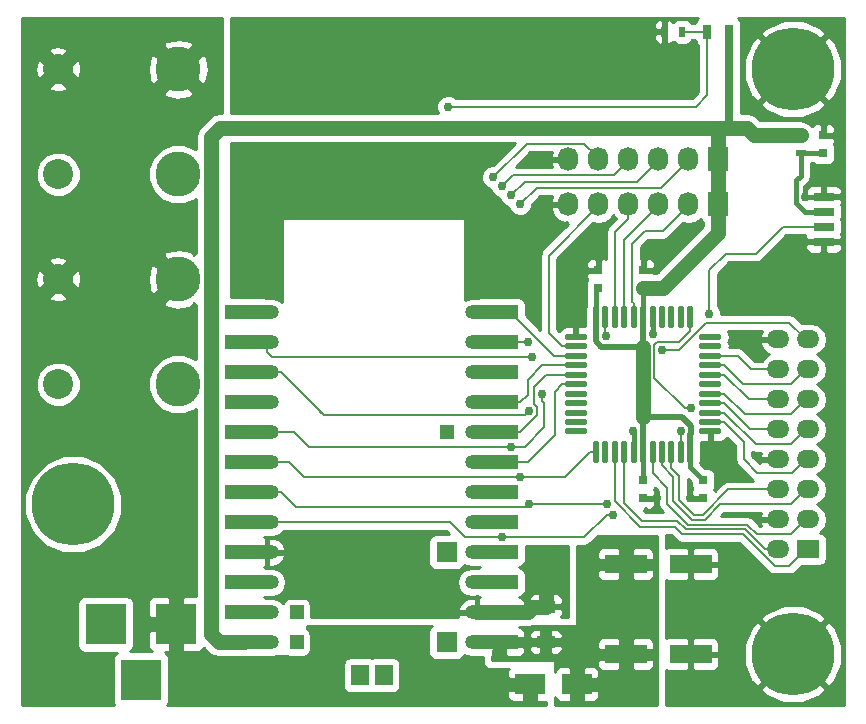
<source format=gtl>
G04 #@! TF.FileFunction,Copper,L1,Top,Signal*
%FSLAX46Y46*%
G04 Gerber Fmt 4.6, Leading zero omitted, Abs format (unit mm)*
G04 Created by KiCad (PCBNEW 4.0.2-stable) date 8/2/2016 00:37:47*
%MOMM*%
G01*
G04 APERTURE LIST*
%ADD10C,0.254000*%
%ADD11O,2.000000X1.200000*%
%ADD12R,3.175000X1.270000*%
%ADD13R,1.778000X1.778000*%
%ADD14R,1.143000X1.143000*%
%ADD15R,1.524000X1.778000*%
%ADD16R,3.599180X1.600200*%
%ADD17R,0.750000X0.800000*%
%ADD18C,2.540000*%
%ADD19C,3.810000*%
%ADD20R,0.700000X1.300000*%
%ADD21R,0.900000X0.500000*%
%ADD22R,0.500000X0.900000*%
%ADD23O,0.540000X1.900000*%
%ADD24O,1.900000X0.540000*%
%ADD25R,1.800000X0.800000*%
%ADD26R,1.727200X2.032000*%
%ADD27O,1.727200X2.032000*%
%ADD28O,1.905000X1.524000*%
%ADD29R,1.905000X1.524000*%
%ADD30C,7.000000*%
%ADD31C,0.600000*%
%ADD32R,1.600000X1.000000*%
%ADD33R,2.499360X1.800860*%
%ADD34R,3.500120X3.500120*%
%ADD35C,0.762000*%
%ADD36C,0.203200*%
%ADD37C,0.406400*%
%ADD38C,1.270000*%
%ADD39C,0.635000*%
%ADD40C,0.508000*%
G04 APERTURE END LIST*
D10*
D11*
X72261456Y-110744000D03*
X90041456Y-110744000D03*
X72261456Y-108204000D03*
X90041456Y-108204000D03*
X72261456Y-105664000D03*
X90041456Y-105664000D03*
X72261456Y-103124000D03*
X90041456Y-103124000D03*
X72261456Y-100584000D03*
X90041456Y-100584000D03*
X72261456Y-98044000D03*
X90041456Y-98044000D03*
X72261456Y-95504000D03*
X90041456Y-95504000D03*
X72261456Y-92964000D03*
X90041456Y-92964000D03*
X72261456Y-90424000D03*
X90041456Y-90424000D03*
X72261456Y-87884000D03*
X90041456Y-87884000D03*
X72261456Y-85344000D03*
X90041456Y-85344000D03*
X72261456Y-82804000D03*
X90041456Y-82804000D03*
D12*
X91946456Y-110744000D03*
X91946456Y-108204000D03*
X91946456Y-105664000D03*
X91946456Y-103124000D03*
X91946456Y-100584000D03*
X91946456Y-98044000D03*
X91946456Y-95504000D03*
X91946456Y-92964000D03*
X91946456Y-90424000D03*
X91946456Y-87884000D03*
X91946456Y-85344000D03*
X91946456Y-82804000D03*
X70356456Y-82804000D03*
X70356456Y-85344000D03*
X70356456Y-87884000D03*
X70356456Y-90424000D03*
X70356456Y-92964000D03*
X70356456Y-95504000D03*
X70356456Y-98044000D03*
X70356456Y-100584000D03*
X70356456Y-103124000D03*
X70356456Y-105664000D03*
X70356456Y-108204000D03*
X70356456Y-110744000D03*
D13*
X87501456Y-110744000D03*
X87501456Y-103124000D03*
D14*
X87501456Y-92964000D03*
X74801456Y-108204000D03*
X74801456Y-110744000D03*
D15*
X80135456Y-113538000D03*
X82167456Y-113538000D03*
D16*
X102659180Y-111760000D03*
X108160820Y-111760000D03*
X102659180Y-104140000D03*
X108160820Y-104140000D03*
D17*
X104140000Y-97040000D03*
X104140000Y-98540000D03*
X109220000Y-97040000D03*
X109220000Y-98540000D03*
X119380000Y-69330000D03*
X119380000Y-67830000D03*
X104140000Y-80760000D03*
X104140000Y-79260000D03*
X100330000Y-80760000D03*
X100330000Y-79260000D03*
D18*
X54610000Y-62230000D03*
D19*
X64770000Y-62230000D03*
D18*
X54610000Y-71120000D03*
D19*
X64770000Y-71120000D03*
D18*
X54610000Y-80010000D03*
D19*
X64770000Y-80010000D03*
D18*
X54610000Y-88900000D03*
D19*
X64770000Y-88900000D03*
D20*
X109540000Y-59055000D03*
X111440000Y-59055000D03*
D21*
X117475000Y-67830000D03*
X117475000Y-69330000D03*
D22*
X107430000Y-59055000D03*
X105930000Y-59055000D03*
D23*
X100140000Y-94600000D03*
X100940000Y-94600000D03*
X101740000Y-94600000D03*
X102540000Y-94600000D03*
X103340000Y-94600000D03*
X104140000Y-94600000D03*
X104940000Y-94600000D03*
X105740000Y-94600000D03*
X106540000Y-94600000D03*
X107340000Y-94600000D03*
X108140000Y-94600000D03*
D24*
X109840000Y-92900000D03*
X109840000Y-92100000D03*
X109840000Y-91300000D03*
X109840000Y-90500000D03*
X109840000Y-89700000D03*
X109840000Y-88900000D03*
X109840000Y-88100000D03*
X109840000Y-87300000D03*
X109840000Y-86500000D03*
X109840000Y-85700000D03*
X109840000Y-84900000D03*
D23*
X108140000Y-83200000D03*
X107340000Y-83200000D03*
X106540000Y-83200000D03*
X105740000Y-83200000D03*
X104940000Y-83200000D03*
X104140000Y-83200000D03*
X103340000Y-83200000D03*
X102540000Y-83200000D03*
X101740000Y-83200000D03*
X100940000Y-83200000D03*
X100140000Y-83200000D03*
D24*
X98440000Y-84900000D03*
X98440000Y-85700000D03*
X98440000Y-86500000D03*
X98440000Y-87300000D03*
X98440000Y-88100000D03*
X98440000Y-88900000D03*
X98440000Y-89700000D03*
X98440000Y-90500000D03*
X98440000Y-91300000D03*
X98440000Y-92100000D03*
X98440000Y-92900000D03*
D25*
X119415000Y-73025000D03*
X119415000Y-74295000D03*
X119415000Y-75565000D03*
X119415000Y-76835000D03*
D26*
X110490000Y-69850000D03*
D27*
X107950000Y-69850000D03*
X105410000Y-69850000D03*
X102870000Y-69850000D03*
X100330000Y-69850000D03*
X97790000Y-69850000D03*
D26*
X110490000Y-73660000D03*
D27*
X107950000Y-73660000D03*
X105410000Y-73660000D03*
X102870000Y-73660000D03*
X100330000Y-73660000D03*
X97790000Y-73660000D03*
D28*
X115570000Y-85090000D03*
X118110000Y-85090000D03*
X115570000Y-87630000D03*
X118110000Y-87630000D03*
X115570000Y-90170000D03*
X118110000Y-90170000D03*
X115570000Y-92710000D03*
X118110000Y-92710000D03*
X115570000Y-95250000D03*
X118110000Y-95250000D03*
X115570000Y-97790000D03*
X118110000Y-97790000D03*
X115570000Y-100330000D03*
X118110000Y-100330000D03*
X115570000Y-102870000D03*
D29*
X118110000Y-102870000D03*
D30*
X116840000Y-62230000D03*
D31*
X119465000Y-62230000D03*
X118696155Y-64086155D03*
X116840000Y-64855000D03*
X114983845Y-64086155D03*
X114215000Y-62230000D03*
X114983845Y-60373845D03*
X116840000Y-59605000D03*
X118696155Y-60373845D03*
D30*
X55880000Y-99060000D03*
D31*
X58505000Y-99060000D03*
X57736155Y-100916155D03*
X55880000Y-101685000D03*
X54023845Y-100916155D03*
X53255000Y-99060000D03*
X54023845Y-97203845D03*
X55880000Y-96435000D03*
X57736155Y-97203845D03*
D30*
X116840000Y-111760000D03*
D31*
X119465000Y-111760000D03*
X118696155Y-113616155D03*
X116840000Y-114385000D03*
X114983845Y-113616155D03*
X114215000Y-111760000D03*
X114983845Y-109903845D03*
X116840000Y-109135000D03*
X118696155Y-109903845D03*
D32*
X95885000Y-110720000D03*
X95885000Y-107720000D03*
D33*
X98518980Y-114300000D03*
X94521020Y-114300000D03*
D34*
X64620140Y-109220000D03*
X58620660Y-109220000D03*
X61620400Y-113919000D03*
D35*
X90297000Y-77978000D03*
X90297000Y-77216000D03*
X90297000Y-76454000D03*
X90297000Y-75692000D03*
X111252000Y-102997000D03*
X111125000Y-112776000D03*
X111125000Y-111760000D03*
X111125000Y-110617000D03*
X110490000Y-109728000D03*
X109347000Y-109728000D03*
X108204000Y-109728000D03*
X108204000Y-106045000D03*
X109347000Y-106045000D03*
X110490000Y-106045000D03*
X111252000Y-105283000D03*
X111252000Y-104140000D03*
X69977000Y-72771000D03*
X69977000Y-72009000D03*
X69977000Y-71247000D03*
X69977000Y-70485000D03*
X69977000Y-69723000D03*
X69977000Y-68961000D03*
X105918000Y-64389000D03*
X105918000Y-63627000D03*
X105918000Y-62865000D03*
X105918000Y-62103000D03*
X105918000Y-61341000D03*
X105918000Y-60579000D03*
X69977000Y-61849000D03*
X69977000Y-62611000D03*
X69977000Y-63373000D03*
X69977000Y-64135000D03*
X69977000Y-64897000D03*
X69977000Y-65659000D03*
X120650000Y-67945000D03*
X95885000Y-104775000D03*
X97155000Y-104775000D03*
X97155000Y-106045000D03*
X95885000Y-106045000D03*
X104648000Y-59055000D03*
X100584000Y-75946000D03*
X103301780Y-92820368D03*
X104978220Y-84654624D03*
X117881420Y-73025000D03*
X117856000Y-76835000D03*
X98425000Y-83947000D03*
X109855000Y-93853000D03*
X99187000Y-79248000D03*
X105283000Y-79248000D03*
X105283000Y-98552000D03*
X108077000Y-98552000D03*
X94497389Y-91159003D03*
X105765630Y-85979000D03*
X93726000Y-73660000D03*
X94488000Y-99060000D03*
X101092000Y-99060000D03*
X107315000Y-92837000D03*
X92964000Y-72898000D03*
X93726000Y-96774000D03*
X92202000Y-72136000D03*
X92964000Y-94234000D03*
X95590552Y-89748552D03*
X100965000Y-84836000D03*
X91440000Y-71374000D03*
X92202000Y-101854000D03*
X101600000Y-99949000D03*
X108204000Y-90932000D03*
X94361000Y-85344000D03*
X87630000Y-65405000D03*
X109728000Y-82931000D03*
X94742000Y-86614000D03*
D36*
X90041456Y-98044000D02*
X91946456Y-98044000D01*
X70356456Y-82804000D02*
X72261456Y-82804000D01*
D37*
X90041456Y-108204000D02*
X91946456Y-108204000D01*
X90297000Y-76200000D02*
X90297000Y-76962000D01*
X94742000Y-75438000D02*
X90297000Y-75438000D01*
X97790000Y-73660000D02*
X96520000Y-73660000D01*
X96520000Y-73660000D02*
X94742000Y-75438000D01*
X72261456Y-103124000D02*
X72261456Y-104265456D01*
X72261456Y-103124000D02*
X72261456Y-102117600D01*
X72261456Y-102117600D02*
X72263000Y-102116056D01*
X90041456Y-108204000D02*
X90041456Y-106935544D01*
X117881420Y-72237580D02*
X118618000Y-71501000D01*
X117881420Y-73025000D02*
X117881420Y-72237580D01*
X111252000Y-104140000D02*
X111252000Y-102997000D01*
X111125000Y-111760000D02*
X111125000Y-112776000D01*
X110490000Y-109728000D02*
X110490000Y-109982000D01*
X110490000Y-109982000D02*
X111125000Y-110617000D01*
X108204000Y-109728000D02*
X109347000Y-109728000D01*
X109347000Y-106045000D02*
X108331000Y-106045000D01*
X108331000Y-106045000D02*
X108204000Y-106172000D01*
X111252000Y-105283000D02*
X110490000Y-106045000D01*
X108160820Y-104140000D02*
X111252000Y-104140000D01*
X69977000Y-72009000D02*
X69977000Y-72771000D01*
X69977000Y-70485000D02*
X69977000Y-71247000D01*
X69977000Y-68961000D02*
X69977000Y-69723000D01*
X105791000Y-62865000D02*
X105791000Y-63500000D01*
X105791000Y-63500000D02*
X105918000Y-63627000D01*
X105918000Y-61341000D02*
X105918000Y-62103000D01*
X105930000Y-59055000D02*
X105930000Y-60567000D01*
X105930000Y-60567000D02*
X105918000Y-60579000D01*
X69977000Y-62611000D02*
X69977000Y-61849000D01*
X69977000Y-64135000D02*
X69977000Y-63373000D01*
X69977000Y-65659000D02*
X69977000Y-64897000D01*
X119380000Y-67830000D02*
X120535000Y-67830000D01*
X120535000Y-67830000D02*
X120650000Y-67945000D01*
D38*
X97155000Y-106045000D02*
X97155000Y-104775000D01*
X95885000Y-107720000D02*
X95885000Y-106045000D01*
X94361000Y-108204000D02*
X94845000Y-107720000D01*
X94845000Y-107720000D02*
X95885000Y-107720000D01*
X90041456Y-108204000D02*
X94361000Y-108204000D01*
D37*
X105930000Y-59055000D02*
X104648000Y-59055000D01*
X100330000Y-79260000D02*
X100330000Y-76200000D01*
X100330000Y-76200000D02*
X100584000Y-75946000D01*
X104940000Y-83200000D02*
X104940000Y-84616404D01*
X103340000Y-94600000D02*
X103340000Y-92858588D01*
X104940000Y-84616404D02*
X104978220Y-84654624D01*
X103340000Y-92858588D02*
X103301780Y-92820368D01*
X119415000Y-73025000D02*
X117881420Y-73025000D01*
X119415000Y-76835000D02*
X117856000Y-76835000D01*
X98440000Y-84900000D02*
X98440000Y-83962000D01*
X98440000Y-83962000D02*
X98425000Y-83947000D01*
X109840000Y-92900000D02*
X109840000Y-93838000D01*
X109840000Y-93838000D02*
X109855000Y-93853000D01*
X100330000Y-79260000D02*
X99199000Y-79260000D01*
X99199000Y-79260000D02*
X99187000Y-79248000D01*
X104140000Y-79260000D02*
X105271000Y-79260000D01*
X105271000Y-79260000D02*
X105283000Y-79248000D01*
X104933400Y-98552000D02*
X105283000Y-98552000D01*
X104140000Y-98540000D02*
X104921400Y-98540000D01*
X104921400Y-98540000D02*
X104933400Y-98552000D01*
X109220000Y-98540000D02*
X108089000Y-98540000D01*
X108089000Y-98540000D02*
X108077000Y-98552000D01*
X70356456Y-110744000D02*
X72261456Y-110744000D01*
D38*
X110109000Y-67183000D02*
X111760000Y-67183000D01*
X111760000Y-67183000D02*
X112903000Y-67183000D01*
D39*
X111440000Y-59055000D02*
X111440000Y-66863000D01*
X111440000Y-66863000D02*
X111760000Y-67183000D01*
D38*
X112903000Y-67183000D02*
X113550000Y-67830000D01*
X113550000Y-67830000D02*
X117475000Y-67830000D01*
X67513201Y-70866000D02*
X67513201Y-110058201D01*
X67513201Y-110058201D02*
X68199000Y-110744000D01*
X68199000Y-110744000D02*
X70356456Y-110744000D01*
D40*
X100613460Y-85725000D02*
X104140000Y-85725000D01*
X100126798Y-84671202D02*
X100126798Y-85238338D01*
X100140000Y-84658000D02*
X100126798Y-84671202D01*
X100140000Y-83200000D02*
X100140000Y-84658000D01*
X100126798Y-85238338D02*
X100613460Y-85725000D01*
X107412540Y-91694000D02*
X104140000Y-91694000D01*
X108153202Y-93128798D02*
X108153202Y-92434662D01*
X108153202Y-92434662D02*
X107412540Y-91694000D01*
X108140000Y-93142000D02*
X108153202Y-93128798D01*
X108140000Y-94600000D02*
X108140000Y-93142000D01*
D38*
X104140000Y-80760000D02*
X105785000Y-80760000D01*
X105785000Y-80760000D02*
X110490000Y-76055000D01*
X110490000Y-76055000D02*
X110490000Y-75946000D01*
X110490000Y-75946000D02*
X110490000Y-73660000D01*
X110109000Y-67183000D02*
X85344000Y-67183000D01*
X85344000Y-67183000D02*
X68326000Y-67183000D01*
X67513201Y-67995799D02*
X67513201Y-70866000D01*
X68326000Y-67183000D02*
X67513201Y-67995799D01*
X110490000Y-69850000D02*
X110490000Y-67564000D01*
X110490000Y-67564000D02*
X110109000Y-67183000D01*
X110490000Y-69850000D02*
X110490000Y-73660000D01*
D40*
X104140000Y-94600000D02*
X104140000Y-91694000D01*
X104140000Y-85725000D02*
X104140000Y-83200000D01*
D38*
X104140000Y-91694000D02*
X104140000Y-85725000D01*
D37*
X100140000Y-83200000D02*
X100140000Y-80950000D01*
X100140000Y-80950000D02*
X100330000Y-80760000D01*
X104140000Y-83200000D02*
X104140000Y-80760000D01*
X104140000Y-97040000D02*
X104140000Y-94600000D01*
X108140000Y-94600000D02*
X108140000Y-95885000D01*
X109220000Y-97040000D02*
X109220000Y-97015000D01*
X109220000Y-97015000D02*
X108140000Y-95935000D01*
X108140000Y-95935000D02*
X108140000Y-95885000D01*
D36*
X90041456Y-87884000D02*
X91946456Y-87884000D01*
X101740000Y-94600000D02*
X101740000Y-98820012D01*
X101740000Y-98820012D02*
X103884988Y-100965000D01*
X103884988Y-100965000D02*
X106807000Y-100965000D01*
X106807000Y-100965000D02*
X107442000Y-101600000D01*
X107442000Y-101600000D02*
X112600803Y-101600000D01*
X112600803Y-101600000D02*
X115267803Y-104267000D01*
X115267803Y-104267000D02*
X116522500Y-104267000D01*
X116522500Y-104267000D02*
X117919500Y-102870000D01*
X117919500Y-102870000D02*
X118110000Y-102870000D01*
X70356456Y-87884000D02*
X72261456Y-87884000D01*
X94116390Y-91540002D02*
X94497389Y-91159003D01*
X76581000Y-91000344D02*
X77120658Y-91540002D01*
X77120658Y-91540002D02*
X94116390Y-91540002D01*
X76581000Y-91000344D02*
X76893656Y-91313000D01*
X73464656Y-87884000D02*
X76581000Y-91000344D01*
X72261456Y-87884000D02*
X73464656Y-87884000D01*
X107188000Y-85979000D02*
X105765630Y-85979000D01*
X109474000Y-83693000D02*
X107188000Y-85979000D01*
X110871000Y-83693000D02*
X116522500Y-83693000D01*
X109554096Y-83693000D02*
X110871000Y-83693000D01*
X110871000Y-83693000D02*
X109474000Y-83693000D01*
X116522500Y-83693000D02*
X117919500Y-85090000D01*
X117919500Y-85090000D02*
X118110000Y-85090000D01*
X115570000Y-102870000D02*
X114445553Y-102870000D01*
X114445553Y-102870000D02*
X112769143Y-101193589D01*
X112769143Y-101193589D02*
X107730839Y-101193589D01*
X107730839Y-101193589D02*
X106994250Y-100457000D01*
X106994250Y-100457000D02*
X104013000Y-100457000D01*
X104013000Y-100457000D02*
X102540000Y-98984000D01*
X102540000Y-98984000D02*
X102540000Y-94600000D01*
X112154000Y-86500000D02*
X113284000Y-87630000D01*
X113284000Y-87630000D02*
X115570000Y-87630000D01*
X109840000Y-86500000D02*
X112154000Y-86500000D01*
X107899178Y-100787178D02*
X106172000Y-99060000D01*
X104940000Y-95753200D02*
X104940000Y-94600000D01*
X118110000Y-100330000D02*
X117919500Y-100330000D01*
X106172000Y-99060000D02*
X106172000Y-97663000D01*
X117919500Y-100330000D02*
X116649500Y-101600000D01*
X113750304Y-101600000D02*
X112937483Y-100787178D01*
X112937483Y-100787178D02*
X107899178Y-100787178D01*
X116649500Y-101600000D02*
X113750304Y-101600000D01*
X104940000Y-96431000D02*
X104940000Y-95753200D01*
X106172000Y-97663000D02*
X104940000Y-96431000D01*
X112593200Y-88900000D02*
X116649500Y-88900000D01*
X116649500Y-88900000D02*
X117919500Y-87630000D01*
X117919500Y-87630000D02*
X118110000Y-87630000D01*
X109840000Y-87300000D02*
X110993200Y-87300000D01*
X110993200Y-87300000D02*
X112593200Y-88900000D01*
X113063200Y-90170000D02*
X110993200Y-88100000D01*
X115570000Y-90170000D02*
X113063200Y-90170000D01*
X110993200Y-88100000D02*
X109840000Y-88100000D01*
X106680000Y-96713750D02*
X106680000Y-98806000D01*
X105740000Y-94600000D02*
X105740000Y-95773750D01*
X105740000Y-95773750D02*
X106680000Y-96713750D01*
X106680000Y-98806000D02*
X108254767Y-100380767D01*
X108254767Y-100380767D02*
X109349980Y-100380767D01*
X116649500Y-99060000D02*
X117919500Y-97790000D01*
X110670747Y-99060000D02*
X116649500Y-99060000D01*
X109349980Y-100380767D02*
X110670747Y-99060000D01*
X117919500Y-97790000D02*
X118110000Y-97790000D01*
X112733200Y-91440000D02*
X116649500Y-91440000D01*
X116649500Y-91440000D02*
X117919500Y-90170000D01*
X117919500Y-90170000D02*
X118110000Y-90170000D01*
X110993200Y-89700000D02*
X112733200Y-91440000D01*
X109840000Y-89700000D02*
X110993200Y-89700000D01*
X109181640Y-99974356D02*
X108483356Y-99974356D01*
X108483356Y-99974356D02*
X107188000Y-98679000D01*
X106540000Y-95999000D02*
X106540000Y-95753200D01*
X115570000Y-97790000D02*
X111365996Y-97790000D01*
X111365996Y-97790000D02*
X109181640Y-99974356D01*
X106540000Y-95753200D02*
X106540000Y-94600000D01*
X107188000Y-98679000D02*
X107188000Y-96647000D01*
X107188000Y-96647000D02*
X106540000Y-95999000D01*
X113203200Y-92710000D02*
X110993200Y-90500000D01*
X115570000Y-92710000D02*
X113203200Y-92710000D01*
X110993200Y-90500000D02*
X109840000Y-90500000D01*
X112649000Y-95250000D02*
X112649000Y-93755800D01*
X116776500Y-96393000D02*
X113792000Y-96393000D01*
X110993200Y-92100000D02*
X109840000Y-92100000D01*
X117919500Y-95250000D02*
X116776500Y-96393000D01*
X118110000Y-95250000D02*
X117919500Y-95250000D01*
X112649000Y-93755800D02*
X110993200Y-92100000D01*
X113792000Y-96393000D02*
X112649000Y-95250000D01*
X109840000Y-91300000D02*
X110993200Y-91300000D01*
X110993200Y-91300000D02*
X113673200Y-93980000D01*
X113673200Y-93980000D02*
X116649500Y-93980000D01*
X116649500Y-93980000D02*
X117919500Y-92710000D01*
X117919500Y-92710000D02*
X118110000Y-92710000D01*
X70356456Y-98044000D02*
X72261456Y-98044000D01*
X93726000Y-73660000D02*
X95123000Y-72263000D01*
X95123000Y-72263000D02*
X105689400Y-72263000D01*
X105689400Y-72263000D02*
X107950000Y-70002400D01*
X107950000Y-70002400D02*
X107950000Y-69850000D01*
X80899000Y-99314000D02*
X94234000Y-99314000D01*
X74734656Y-99314000D02*
X80899000Y-99314000D01*
X72261456Y-98044000D02*
X73464656Y-98044000D01*
X73464656Y-98044000D02*
X74734656Y-99314000D01*
X94234000Y-99314000D02*
X94488000Y-99060000D01*
X94488000Y-99060000D02*
X101092000Y-99060000D01*
X107340000Y-94600000D02*
X107340000Y-92862000D01*
X107340000Y-92862000D02*
X107315000Y-92837000D01*
X72261456Y-95504000D02*
X70356456Y-95504000D01*
X92964000Y-72898000D02*
X94107000Y-71755000D01*
X94107000Y-71755000D02*
X103657400Y-71755000D01*
X93726000Y-96774000D02*
X93218000Y-96774000D01*
X97492800Y-96774000D02*
X93726000Y-96774000D01*
X93218000Y-96774000D02*
X87376000Y-96774000D01*
X103657400Y-71755000D02*
X105410000Y-70002400D01*
X105410000Y-70002400D02*
X105410000Y-69850000D01*
X87376000Y-96774000D02*
X80137000Y-96774000D01*
X80137000Y-96774000D02*
X75438000Y-96774000D01*
X75438000Y-96774000D02*
X74168000Y-95504000D01*
X74168000Y-95504000D02*
X72261456Y-95504000D01*
X87376000Y-96774000D02*
X86233000Y-96774000D01*
X99666800Y-94600000D02*
X97492800Y-96774000D01*
X99666800Y-94600000D02*
X100140000Y-94600000D01*
X70356456Y-92964000D02*
X72261456Y-92964000D01*
X92202000Y-72136000D02*
X93116411Y-71221589D01*
X93116411Y-71221589D02*
X101650811Y-71221589D01*
X92964000Y-94234000D02*
X92202000Y-94234000D01*
X94107000Y-94234000D02*
X92964000Y-94234000D01*
X92202000Y-94234000D02*
X84455000Y-94234000D01*
X101650811Y-71221589D02*
X102870000Y-70002400D01*
X102870000Y-70002400D02*
X102870000Y-69850000D01*
X84455000Y-94234000D02*
X79629000Y-94234000D01*
X79629000Y-94234000D02*
X75819000Y-94234000D01*
X95783411Y-91084412D02*
X95783411Y-91821000D01*
X95590552Y-89748552D02*
X95590552Y-90287367D01*
X95783411Y-91821000D02*
X95783411Y-92557589D01*
X95590552Y-90287367D02*
X95783411Y-90480226D01*
X95783411Y-90480226D02*
X95783411Y-91821000D01*
X95783411Y-92557589D02*
X94107000Y-94234000D01*
X75819000Y-94234000D02*
X74549000Y-92964000D01*
X74549000Y-92964000D02*
X72261456Y-92964000D01*
X84455000Y-94234000D02*
X84328000Y-94234000D01*
X100940000Y-83200000D02*
X100940000Y-84811000D01*
X100940000Y-84811000D02*
X100965000Y-84836000D01*
X70356456Y-100584000D02*
X72261456Y-100584000D01*
X99161590Y-68529190D02*
X96266000Y-68529190D01*
X96266000Y-68529190D02*
X96189810Y-68529190D01*
X91440000Y-71374000D02*
X94284810Y-68529190D01*
X94284810Y-68529190D02*
X96266000Y-68529190D01*
X92202000Y-101854000D02*
X91821000Y-101854000D01*
X99156185Y-101854000D02*
X92202000Y-101854000D01*
X91821000Y-101854000D02*
X89027000Y-101854000D01*
X87757000Y-100584000D02*
X81661000Y-100584000D01*
X81661000Y-100584000D02*
X72261456Y-100584000D01*
X89027000Y-101854000D02*
X87757000Y-100584000D01*
X101600000Y-99949000D02*
X101061185Y-99949000D01*
X101061185Y-99949000D02*
X99156185Y-101854000D01*
X100330000Y-69850000D02*
X100330000Y-69697600D01*
X100330000Y-69697600D02*
X99161590Y-68529190D01*
X105079810Y-85548202D02*
X105079810Y-88346625D01*
X105334814Y-85293198D02*
X105079810Y-85548202D01*
X107665185Y-90932000D02*
X108204000Y-90932000D01*
X105079810Y-88346625D02*
X107665185Y-90932000D01*
X107200002Y-85293198D02*
X105334814Y-85293198D01*
X108140000Y-84353200D02*
X107200002Y-85293198D01*
X108140000Y-83200000D02*
X108140000Y-84353200D01*
X90041456Y-85344000D02*
X91946456Y-85344000D01*
X91946456Y-85344000D02*
X93737156Y-85344000D01*
X93737156Y-85344000D02*
X94361000Y-85344000D01*
X108585000Y-65405000D02*
X87630000Y-65405000D01*
X109540000Y-59055000D02*
X109540000Y-63881000D01*
X108585000Y-65405000D02*
X109540000Y-64450000D01*
X109540000Y-64450000D02*
X109540000Y-63881000D01*
X109540000Y-59055000D02*
X107430000Y-59055000D01*
X70356456Y-105664000D02*
X72261456Y-105664000D01*
X90041456Y-105664000D02*
X91946456Y-105664000D01*
X90041456Y-103124000D02*
X91946456Y-103124000D01*
X91660684Y-103124000D02*
X91787693Y-103251009D01*
X91787693Y-103251009D02*
X91946456Y-103251009D01*
X90041456Y-82804000D02*
X91946456Y-82804000D01*
X98440000Y-86500000D02*
X96594956Y-86500000D01*
X96594956Y-86500000D02*
X92898956Y-82804000D01*
X92898956Y-82804000D02*
X91946456Y-82804000D01*
X91946456Y-100584000D02*
X90041456Y-100584000D01*
X90041456Y-95504000D02*
X91946456Y-95504000D01*
X96651800Y-93213200D02*
X94361000Y-95504000D01*
X94361000Y-95504000D02*
X91946456Y-95504000D01*
X96651800Y-89535000D02*
X96651800Y-93213200D01*
X98440000Y-88900000D02*
X97286800Y-88900000D01*
X97286800Y-88900000D02*
X96651800Y-89535000D01*
X90041456Y-95071338D02*
X91946456Y-95071338D01*
X90041456Y-92964000D02*
X91946456Y-92964000D01*
X98440000Y-88100000D02*
X95923000Y-88100000D01*
X95923000Y-88100000D02*
X94869000Y-89154000D01*
X94869000Y-89154000D02*
X94869000Y-90551000D01*
X95184142Y-90866142D02*
X95184142Y-91517014D01*
X94869000Y-90551000D02*
X95184142Y-90866142D01*
X95184142Y-91517014D02*
X93737156Y-92964000D01*
X93737156Y-92964000D02*
X91946456Y-92964000D01*
X90041456Y-90424000D02*
X91946456Y-90424000D01*
X94361000Y-88519000D02*
X95580000Y-87300000D01*
X95580000Y-87300000D02*
X98440000Y-87300000D01*
X94361000Y-89800156D02*
X94361000Y-88519000D01*
X91946456Y-90424000D02*
X93737156Y-90424000D01*
X93737156Y-90424000D02*
X94361000Y-89800156D01*
X70356456Y-85344000D02*
X72261456Y-85344000D01*
X109728000Y-79248000D02*
X109728000Y-82931000D01*
X111125000Y-77851000D02*
X109728000Y-79248000D01*
X72261456Y-85344000D02*
X72261456Y-86147200D01*
X72261456Y-86147200D02*
X72728256Y-86614000D01*
X72728256Y-86614000D02*
X74930000Y-86614000D01*
X74930000Y-86614000D02*
X94742000Y-86614000D01*
X115951000Y-75565000D02*
X113665000Y-77851000D01*
X113665000Y-77851000D02*
X111125000Y-77851000D01*
X119415000Y-75565000D02*
X115951000Y-75565000D01*
X90041456Y-110744000D02*
X91946456Y-110744000D01*
D37*
X117475000Y-69330000D02*
X119380000Y-69330000D01*
X119415000Y-74295000D02*
X117856000Y-74295000D01*
X117856000Y-74295000D02*
X117094000Y-73533000D01*
X117094000Y-73533000D02*
X117094000Y-71628000D01*
X117094000Y-71628000D02*
X117475000Y-71247000D01*
X117475000Y-71247000D02*
X117475000Y-69330000D01*
D36*
X70356456Y-90424000D02*
X72261456Y-90424000D01*
X70356456Y-108204000D02*
X72261456Y-108204000D01*
X103340000Y-83200000D02*
X103340000Y-82046800D01*
X103340000Y-82046800D02*
X103200190Y-81906990D01*
X103200190Y-81906990D02*
X103200190Y-77012810D01*
X103200190Y-77012810D02*
X104267000Y-75946000D01*
X104267000Y-75946000D02*
X105816400Y-75946000D01*
X105816400Y-75946000D02*
X107950000Y-73812400D01*
X107950000Y-73812400D02*
X107950000Y-73660000D01*
X102540000Y-83200000D02*
X102540000Y-76682400D01*
X102540000Y-76682400D02*
X105410000Y-73812400D01*
X105410000Y-73812400D02*
X105410000Y-73660000D01*
X101727000Y-76022200D02*
X101740000Y-76035200D01*
X101740000Y-76035200D02*
X101740000Y-83200000D01*
X102870000Y-73660000D02*
X102870000Y-74879200D01*
X102870000Y-74879200D02*
X101727000Y-76022200D01*
X96139000Y-84552200D02*
X96139000Y-78003400D01*
X96139000Y-78003400D02*
X100330000Y-73812400D01*
X100330000Y-73812400D02*
X100330000Y-73660000D01*
X98440000Y-85700000D02*
X97286800Y-85700000D01*
X97286800Y-85700000D02*
X96139000Y-84552200D01*
D10*
G36*
X68453000Y-65913000D02*
X68326000Y-65913000D01*
X67839992Y-66009673D01*
X67427974Y-66284974D01*
X67427972Y-66284977D01*
X66615175Y-67097773D01*
X66339874Y-67509791D01*
X66243200Y-67995799D01*
X66243201Y-67995804D01*
X66243201Y-69000533D01*
X66210673Y-68967948D01*
X65277454Y-68580441D01*
X64266979Y-68579560D01*
X63333085Y-68965437D01*
X62617948Y-69679327D01*
X62230441Y-70612546D01*
X62229560Y-71623021D01*
X62615437Y-72556915D01*
X63329327Y-73272052D01*
X64262546Y-73659559D01*
X65273021Y-73660440D01*
X66206915Y-73274563D01*
X66243201Y-73238340D01*
X66243201Y-77824244D01*
X66240267Y-77821310D01*
X66091823Y-77969754D01*
X65851670Y-77656948D01*
X64868859Y-77422126D01*
X63870997Y-77581285D01*
X63688330Y-77656948D01*
X63448176Y-77969755D01*
X64770000Y-79291580D01*
X64784142Y-79277437D01*
X65502563Y-79995858D01*
X65488420Y-80010000D01*
X65502563Y-80024142D01*
X64784142Y-80742563D01*
X64770000Y-80728420D01*
X63448176Y-82050245D01*
X63688330Y-82363052D01*
X64671141Y-82597874D01*
X65669003Y-82438715D01*
X65851670Y-82363052D01*
X66091823Y-82050246D01*
X66240267Y-82198690D01*
X66243201Y-82195756D01*
X66243201Y-86780533D01*
X66210673Y-86747948D01*
X65277454Y-86360441D01*
X64266979Y-86359560D01*
X63333085Y-86745437D01*
X62617948Y-87459327D01*
X62230441Y-88392546D01*
X62229560Y-89403021D01*
X62615437Y-90336915D01*
X63329327Y-91052052D01*
X64262546Y-91439559D01*
X65273021Y-91440440D01*
X66206915Y-91054563D01*
X66243201Y-91018340D01*
X66243201Y-106834940D01*
X65286890Y-106834940D01*
X65128140Y-106993690D01*
X65128140Y-108712000D01*
X65148140Y-108712000D01*
X65148140Y-109728000D01*
X65128140Y-109728000D01*
X65128140Y-111446310D01*
X65286890Y-111605060D01*
X66496509Y-111605060D01*
X66729898Y-111508387D01*
X66908527Y-111329759D01*
X66932011Y-111273063D01*
X67300972Y-111642023D01*
X67300974Y-111642026D01*
X67712992Y-111917327D01*
X68199000Y-112014000D01*
X68707525Y-112014000D01*
X68768956Y-112026440D01*
X71943956Y-112026440D01*
X72179273Y-111982162D01*
X72184187Y-111979000D01*
X72693488Y-111979000D01*
X73156002Y-111887000D01*
X73941578Y-111887000D01*
X73978066Y-111911931D01*
X74229956Y-111962940D01*
X75372956Y-111962940D01*
X75608273Y-111918662D01*
X75824397Y-111779590D01*
X75969387Y-111567390D01*
X76020396Y-111315500D01*
X76020396Y-110172500D01*
X75976118Y-109937183D01*
X75837046Y-109721059D01*
X75692000Y-109621953D01*
X75692000Y-109347000D01*
X86229253Y-109347000D01*
X86161015Y-109390910D01*
X86016025Y-109603110D01*
X85965016Y-109855000D01*
X85965016Y-111633000D01*
X86009294Y-111868317D01*
X86148366Y-112084441D01*
X86360566Y-112229431D01*
X86612456Y-112280440D01*
X88390456Y-112280440D01*
X88625773Y-112236162D01*
X88841897Y-112097090D01*
X88986887Y-111884890D01*
X89004737Y-111796743D01*
X89136810Y-111884991D01*
X89609424Y-111979000D01*
X90124690Y-111979000D01*
X90358956Y-112026440D01*
X90551000Y-112026440D01*
X90551000Y-112395000D01*
X90594427Y-112625795D01*
X90730827Y-112837767D01*
X90938949Y-112979971D01*
X91186000Y-113030000D01*
X92742884Y-113030000D01*
X92733013Y-113039871D01*
X92636340Y-113273260D01*
X92636340Y-113691035D01*
X92795090Y-113849785D01*
X94013020Y-113849785D01*
X94013020Y-113772000D01*
X95029020Y-113772000D01*
X95029020Y-113849785D01*
X95049020Y-113849785D01*
X95049020Y-114750215D01*
X95029020Y-114750215D01*
X95029020Y-115676680D01*
X95187770Y-115835430D01*
X95885000Y-115835430D01*
X95885000Y-116078000D01*
X63859583Y-116078000D01*
X63966891Y-115920950D01*
X64017900Y-115669060D01*
X64017900Y-112649000D01*
X78726016Y-112649000D01*
X78726016Y-114427000D01*
X78770294Y-114662317D01*
X78909366Y-114878441D01*
X79121566Y-115023431D01*
X79373456Y-115074440D01*
X80897456Y-115074440D01*
X81132773Y-115030162D01*
X81148555Y-115020007D01*
X81153566Y-115023431D01*
X81405456Y-115074440D01*
X82929456Y-115074440D01*
X83164773Y-115030162D01*
X83353118Y-114908965D01*
X92636340Y-114908965D01*
X92636340Y-115326740D01*
X92733013Y-115560129D01*
X92911642Y-115738757D01*
X93145031Y-115835430D01*
X93854270Y-115835430D01*
X94013020Y-115676680D01*
X94013020Y-114750215D01*
X92795090Y-114750215D01*
X92636340Y-114908965D01*
X83353118Y-114908965D01*
X83380897Y-114891090D01*
X83525887Y-114678890D01*
X83576896Y-114427000D01*
X83576896Y-112649000D01*
X83532618Y-112413683D01*
X83393546Y-112197559D01*
X83181346Y-112052569D01*
X82929456Y-112001560D01*
X81405456Y-112001560D01*
X81170139Y-112045838D01*
X81154357Y-112055993D01*
X81149346Y-112052569D01*
X80897456Y-112001560D01*
X79373456Y-112001560D01*
X79138139Y-112045838D01*
X78922015Y-112184910D01*
X78777025Y-112397110D01*
X78726016Y-112649000D01*
X64017900Y-112649000D01*
X64017900Y-112168940D01*
X63973622Y-111933623D01*
X63834550Y-111717499D01*
X63669990Y-111605060D01*
X63953390Y-111605060D01*
X64112140Y-111446310D01*
X64112140Y-109728000D01*
X62393830Y-109728000D01*
X62235080Y-109886750D01*
X62235080Y-111096370D01*
X62331753Y-111329759D01*
X62510382Y-111508387D01*
X62542040Y-111521500D01*
X60686415Y-111521500D01*
X60822161Y-111434150D01*
X60967151Y-111221950D01*
X61018160Y-110970060D01*
X61018160Y-107469940D01*
X60994394Y-107343630D01*
X62235080Y-107343630D01*
X62235080Y-108553250D01*
X62393830Y-108712000D01*
X64112140Y-108712000D01*
X64112140Y-106993690D01*
X63953390Y-106834940D01*
X62743771Y-106834940D01*
X62510382Y-106931613D01*
X62331753Y-107110241D01*
X62235080Y-107343630D01*
X60994394Y-107343630D01*
X60973882Y-107234623D01*
X60834810Y-107018499D01*
X60622610Y-106873509D01*
X60370720Y-106822500D01*
X56870600Y-106822500D01*
X56635283Y-106866778D01*
X56419159Y-107005850D01*
X56274169Y-107218050D01*
X56223160Y-107469940D01*
X56223160Y-110970060D01*
X56267438Y-111205377D01*
X56406510Y-111421501D01*
X56618710Y-111566491D01*
X56870600Y-111617500D01*
X59554645Y-111617500D01*
X59418899Y-111704850D01*
X59273909Y-111917050D01*
X59222900Y-112168940D01*
X59222900Y-115669060D01*
X59267178Y-115904377D01*
X59378901Y-116078000D01*
X51562000Y-116078000D01*
X51562000Y-99878894D01*
X51744284Y-99878894D01*
X52372474Y-101399229D01*
X53534653Y-102563438D01*
X55053889Y-103194280D01*
X56698894Y-103195716D01*
X58219229Y-102567526D01*
X59383438Y-101405347D01*
X60014280Y-99886111D01*
X60015716Y-98241106D01*
X59387526Y-96720771D01*
X58225347Y-95556562D01*
X56706111Y-94925720D01*
X55061106Y-94924284D01*
X53540771Y-95552474D01*
X52376562Y-96714653D01*
X51745720Y-98233889D01*
X51744284Y-99878894D01*
X51562000Y-99878894D01*
X51562000Y-89277265D01*
X52704670Y-89277265D01*
X52994078Y-89977686D01*
X53529495Y-90514039D01*
X54229410Y-90804668D01*
X54987265Y-90805330D01*
X55687686Y-90515922D01*
X56224039Y-89980505D01*
X56514668Y-89280590D01*
X56515330Y-88522735D01*
X56225922Y-87822314D01*
X55690505Y-87285961D01*
X54990590Y-86995332D01*
X54232735Y-86994670D01*
X53532314Y-87284078D01*
X52995961Y-87819495D01*
X52705332Y-88519410D01*
X52704670Y-89277265D01*
X51562000Y-89277265D01*
X51562000Y-81578148D01*
X53760273Y-81578148D01*
X53919053Y-81825268D01*
X54666321Y-81951503D01*
X55300947Y-81825268D01*
X55459727Y-81578148D01*
X54610000Y-80728420D01*
X53760273Y-81578148D01*
X51562000Y-81578148D01*
X51562000Y-80066321D01*
X52668497Y-80066321D01*
X52794732Y-80700947D01*
X53041852Y-80859727D01*
X53891580Y-80010000D01*
X55328420Y-80010000D01*
X56178148Y-80859727D01*
X56425268Y-80700947D01*
X56551503Y-79953679D01*
X56543042Y-79911141D01*
X62182126Y-79911141D01*
X62341285Y-80909003D01*
X62416948Y-81091670D01*
X62729755Y-81331824D01*
X64051580Y-80010000D01*
X62729755Y-78688176D01*
X62416948Y-78928330D01*
X62182126Y-79911141D01*
X56543042Y-79911141D01*
X56425268Y-79319053D01*
X56178148Y-79160273D01*
X55328420Y-80010000D01*
X53891580Y-80010000D01*
X53041852Y-79160273D01*
X52794732Y-79319053D01*
X52668497Y-80066321D01*
X51562000Y-80066321D01*
X51562000Y-78441852D01*
X53760273Y-78441852D01*
X54610000Y-79291580D01*
X55459727Y-78441852D01*
X55300947Y-78194732D01*
X54553679Y-78068497D01*
X53919053Y-78194732D01*
X53760273Y-78441852D01*
X51562000Y-78441852D01*
X51562000Y-71497265D01*
X52704670Y-71497265D01*
X52994078Y-72197686D01*
X53529495Y-72734039D01*
X54229410Y-73024668D01*
X54987265Y-73025330D01*
X55687686Y-72735922D01*
X56224039Y-72200505D01*
X56514668Y-71500590D01*
X56515330Y-70742735D01*
X56225922Y-70042314D01*
X55690505Y-69505961D01*
X54990590Y-69215332D01*
X54232735Y-69214670D01*
X53532314Y-69504078D01*
X52995961Y-70039495D01*
X52705332Y-70739410D01*
X52704670Y-71497265D01*
X51562000Y-71497265D01*
X51562000Y-64270245D01*
X63448176Y-64270245D01*
X63688330Y-64583052D01*
X64671141Y-64817874D01*
X65669003Y-64658715D01*
X65851670Y-64583052D01*
X66091824Y-64270245D01*
X64770000Y-62948420D01*
X63448176Y-64270245D01*
X51562000Y-64270245D01*
X51562000Y-63798148D01*
X53760273Y-63798148D01*
X53919053Y-64045268D01*
X54666321Y-64171503D01*
X55300947Y-64045268D01*
X55459727Y-63798148D01*
X54610000Y-62948420D01*
X53760273Y-63798148D01*
X51562000Y-63798148D01*
X51562000Y-62286321D01*
X52668497Y-62286321D01*
X52794732Y-62920947D01*
X53041852Y-63079727D01*
X53891580Y-62230000D01*
X55328420Y-62230000D01*
X56178148Y-63079727D01*
X56425268Y-62920947D01*
X56551503Y-62173679D01*
X56543042Y-62131141D01*
X62182126Y-62131141D01*
X62341285Y-63129003D01*
X62416948Y-63311670D01*
X62729755Y-63551824D01*
X64051580Y-62230000D01*
X65488420Y-62230000D01*
X66810245Y-63551824D01*
X67123052Y-63311670D01*
X67357874Y-62328859D01*
X67198715Y-61330997D01*
X67123052Y-61148330D01*
X66810245Y-60908176D01*
X65488420Y-62230000D01*
X64051580Y-62230000D01*
X62729755Y-60908176D01*
X62416948Y-61148330D01*
X62182126Y-62131141D01*
X56543042Y-62131141D01*
X56425268Y-61539053D01*
X56178148Y-61380273D01*
X55328420Y-62230000D01*
X53891580Y-62230000D01*
X53041852Y-61380273D01*
X52794732Y-61539053D01*
X52668497Y-62286321D01*
X51562000Y-62286321D01*
X51562000Y-60661852D01*
X53760273Y-60661852D01*
X54610000Y-61511580D01*
X55459727Y-60661852D01*
X55300947Y-60414732D01*
X54553679Y-60288497D01*
X53919053Y-60414732D01*
X53760273Y-60661852D01*
X51562000Y-60661852D01*
X51562000Y-60189755D01*
X63448176Y-60189755D01*
X64770000Y-61511580D01*
X66091824Y-60189755D01*
X65851670Y-59876948D01*
X64868859Y-59642126D01*
X63870997Y-59801285D01*
X63688330Y-59876948D01*
X63448176Y-60189755D01*
X51562000Y-60189755D01*
X51562000Y-57912000D01*
X68453000Y-57912000D01*
X68453000Y-65913000D01*
X68453000Y-65913000D01*
G37*
X68453000Y-65913000D02*
X68326000Y-65913000D01*
X67839992Y-66009673D01*
X67427974Y-66284974D01*
X67427972Y-66284977D01*
X66615175Y-67097773D01*
X66339874Y-67509791D01*
X66243200Y-67995799D01*
X66243201Y-67995804D01*
X66243201Y-69000533D01*
X66210673Y-68967948D01*
X65277454Y-68580441D01*
X64266979Y-68579560D01*
X63333085Y-68965437D01*
X62617948Y-69679327D01*
X62230441Y-70612546D01*
X62229560Y-71623021D01*
X62615437Y-72556915D01*
X63329327Y-73272052D01*
X64262546Y-73659559D01*
X65273021Y-73660440D01*
X66206915Y-73274563D01*
X66243201Y-73238340D01*
X66243201Y-77824244D01*
X66240267Y-77821310D01*
X66091823Y-77969754D01*
X65851670Y-77656948D01*
X64868859Y-77422126D01*
X63870997Y-77581285D01*
X63688330Y-77656948D01*
X63448176Y-77969755D01*
X64770000Y-79291580D01*
X64784142Y-79277437D01*
X65502563Y-79995858D01*
X65488420Y-80010000D01*
X65502563Y-80024142D01*
X64784142Y-80742563D01*
X64770000Y-80728420D01*
X63448176Y-82050245D01*
X63688330Y-82363052D01*
X64671141Y-82597874D01*
X65669003Y-82438715D01*
X65851670Y-82363052D01*
X66091823Y-82050246D01*
X66240267Y-82198690D01*
X66243201Y-82195756D01*
X66243201Y-86780533D01*
X66210673Y-86747948D01*
X65277454Y-86360441D01*
X64266979Y-86359560D01*
X63333085Y-86745437D01*
X62617948Y-87459327D01*
X62230441Y-88392546D01*
X62229560Y-89403021D01*
X62615437Y-90336915D01*
X63329327Y-91052052D01*
X64262546Y-91439559D01*
X65273021Y-91440440D01*
X66206915Y-91054563D01*
X66243201Y-91018340D01*
X66243201Y-106834940D01*
X65286890Y-106834940D01*
X65128140Y-106993690D01*
X65128140Y-108712000D01*
X65148140Y-108712000D01*
X65148140Y-109728000D01*
X65128140Y-109728000D01*
X65128140Y-111446310D01*
X65286890Y-111605060D01*
X66496509Y-111605060D01*
X66729898Y-111508387D01*
X66908527Y-111329759D01*
X66932011Y-111273063D01*
X67300972Y-111642023D01*
X67300974Y-111642026D01*
X67712992Y-111917327D01*
X68199000Y-112014000D01*
X68707525Y-112014000D01*
X68768956Y-112026440D01*
X71943956Y-112026440D01*
X72179273Y-111982162D01*
X72184187Y-111979000D01*
X72693488Y-111979000D01*
X73156002Y-111887000D01*
X73941578Y-111887000D01*
X73978066Y-111911931D01*
X74229956Y-111962940D01*
X75372956Y-111962940D01*
X75608273Y-111918662D01*
X75824397Y-111779590D01*
X75969387Y-111567390D01*
X76020396Y-111315500D01*
X76020396Y-110172500D01*
X75976118Y-109937183D01*
X75837046Y-109721059D01*
X75692000Y-109621953D01*
X75692000Y-109347000D01*
X86229253Y-109347000D01*
X86161015Y-109390910D01*
X86016025Y-109603110D01*
X85965016Y-109855000D01*
X85965016Y-111633000D01*
X86009294Y-111868317D01*
X86148366Y-112084441D01*
X86360566Y-112229431D01*
X86612456Y-112280440D01*
X88390456Y-112280440D01*
X88625773Y-112236162D01*
X88841897Y-112097090D01*
X88986887Y-111884890D01*
X89004737Y-111796743D01*
X89136810Y-111884991D01*
X89609424Y-111979000D01*
X90124690Y-111979000D01*
X90358956Y-112026440D01*
X90551000Y-112026440D01*
X90551000Y-112395000D01*
X90594427Y-112625795D01*
X90730827Y-112837767D01*
X90938949Y-112979971D01*
X91186000Y-113030000D01*
X92742884Y-113030000D01*
X92733013Y-113039871D01*
X92636340Y-113273260D01*
X92636340Y-113691035D01*
X92795090Y-113849785D01*
X94013020Y-113849785D01*
X94013020Y-113772000D01*
X95029020Y-113772000D01*
X95029020Y-113849785D01*
X95049020Y-113849785D01*
X95049020Y-114750215D01*
X95029020Y-114750215D01*
X95029020Y-115676680D01*
X95187770Y-115835430D01*
X95885000Y-115835430D01*
X95885000Y-116078000D01*
X63859583Y-116078000D01*
X63966891Y-115920950D01*
X64017900Y-115669060D01*
X64017900Y-112649000D01*
X78726016Y-112649000D01*
X78726016Y-114427000D01*
X78770294Y-114662317D01*
X78909366Y-114878441D01*
X79121566Y-115023431D01*
X79373456Y-115074440D01*
X80897456Y-115074440D01*
X81132773Y-115030162D01*
X81148555Y-115020007D01*
X81153566Y-115023431D01*
X81405456Y-115074440D01*
X82929456Y-115074440D01*
X83164773Y-115030162D01*
X83353118Y-114908965D01*
X92636340Y-114908965D01*
X92636340Y-115326740D01*
X92733013Y-115560129D01*
X92911642Y-115738757D01*
X93145031Y-115835430D01*
X93854270Y-115835430D01*
X94013020Y-115676680D01*
X94013020Y-114750215D01*
X92795090Y-114750215D01*
X92636340Y-114908965D01*
X83353118Y-114908965D01*
X83380897Y-114891090D01*
X83525887Y-114678890D01*
X83576896Y-114427000D01*
X83576896Y-112649000D01*
X83532618Y-112413683D01*
X83393546Y-112197559D01*
X83181346Y-112052569D01*
X82929456Y-112001560D01*
X81405456Y-112001560D01*
X81170139Y-112045838D01*
X81154357Y-112055993D01*
X81149346Y-112052569D01*
X80897456Y-112001560D01*
X79373456Y-112001560D01*
X79138139Y-112045838D01*
X78922015Y-112184910D01*
X78777025Y-112397110D01*
X78726016Y-112649000D01*
X64017900Y-112649000D01*
X64017900Y-112168940D01*
X63973622Y-111933623D01*
X63834550Y-111717499D01*
X63669990Y-111605060D01*
X63953390Y-111605060D01*
X64112140Y-111446310D01*
X64112140Y-109728000D01*
X62393830Y-109728000D01*
X62235080Y-109886750D01*
X62235080Y-111096370D01*
X62331753Y-111329759D01*
X62510382Y-111508387D01*
X62542040Y-111521500D01*
X60686415Y-111521500D01*
X60822161Y-111434150D01*
X60967151Y-111221950D01*
X61018160Y-110970060D01*
X61018160Y-107469940D01*
X60994394Y-107343630D01*
X62235080Y-107343630D01*
X62235080Y-108553250D01*
X62393830Y-108712000D01*
X64112140Y-108712000D01*
X64112140Y-106993690D01*
X63953390Y-106834940D01*
X62743771Y-106834940D01*
X62510382Y-106931613D01*
X62331753Y-107110241D01*
X62235080Y-107343630D01*
X60994394Y-107343630D01*
X60973882Y-107234623D01*
X60834810Y-107018499D01*
X60622610Y-106873509D01*
X60370720Y-106822500D01*
X56870600Y-106822500D01*
X56635283Y-106866778D01*
X56419159Y-107005850D01*
X56274169Y-107218050D01*
X56223160Y-107469940D01*
X56223160Y-110970060D01*
X56267438Y-111205377D01*
X56406510Y-111421501D01*
X56618710Y-111566491D01*
X56870600Y-111617500D01*
X59554645Y-111617500D01*
X59418899Y-111704850D01*
X59273909Y-111917050D01*
X59222900Y-112168940D01*
X59222900Y-115669060D01*
X59267178Y-115904377D01*
X59378901Y-116078000D01*
X51562000Y-116078000D01*
X51562000Y-99878894D01*
X51744284Y-99878894D01*
X52372474Y-101399229D01*
X53534653Y-102563438D01*
X55053889Y-103194280D01*
X56698894Y-103195716D01*
X58219229Y-102567526D01*
X59383438Y-101405347D01*
X60014280Y-99886111D01*
X60015716Y-98241106D01*
X59387526Y-96720771D01*
X58225347Y-95556562D01*
X56706111Y-94925720D01*
X55061106Y-94924284D01*
X53540771Y-95552474D01*
X52376562Y-96714653D01*
X51745720Y-98233889D01*
X51744284Y-99878894D01*
X51562000Y-99878894D01*
X51562000Y-89277265D01*
X52704670Y-89277265D01*
X52994078Y-89977686D01*
X53529495Y-90514039D01*
X54229410Y-90804668D01*
X54987265Y-90805330D01*
X55687686Y-90515922D01*
X56224039Y-89980505D01*
X56514668Y-89280590D01*
X56515330Y-88522735D01*
X56225922Y-87822314D01*
X55690505Y-87285961D01*
X54990590Y-86995332D01*
X54232735Y-86994670D01*
X53532314Y-87284078D01*
X52995961Y-87819495D01*
X52705332Y-88519410D01*
X52704670Y-89277265D01*
X51562000Y-89277265D01*
X51562000Y-81578148D01*
X53760273Y-81578148D01*
X53919053Y-81825268D01*
X54666321Y-81951503D01*
X55300947Y-81825268D01*
X55459727Y-81578148D01*
X54610000Y-80728420D01*
X53760273Y-81578148D01*
X51562000Y-81578148D01*
X51562000Y-80066321D01*
X52668497Y-80066321D01*
X52794732Y-80700947D01*
X53041852Y-80859727D01*
X53891580Y-80010000D01*
X55328420Y-80010000D01*
X56178148Y-80859727D01*
X56425268Y-80700947D01*
X56551503Y-79953679D01*
X56543042Y-79911141D01*
X62182126Y-79911141D01*
X62341285Y-80909003D01*
X62416948Y-81091670D01*
X62729755Y-81331824D01*
X64051580Y-80010000D01*
X62729755Y-78688176D01*
X62416948Y-78928330D01*
X62182126Y-79911141D01*
X56543042Y-79911141D01*
X56425268Y-79319053D01*
X56178148Y-79160273D01*
X55328420Y-80010000D01*
X53891580Y-80010000D01*
X53041852Y-79160273D01*
X52794732Y-79319053D01*
X52668497Y-80066321D01*
X51562000Y-80066321D01*
X51562000Y-78441852D01*
X53760273Y-78441852D01*
X54610000Y-79291580D01*
X55459727Y-78441852D01*
X55300947Y-78194732D01*
X54553679Y-78068497D01*
X53919053Y-78194732D01*
X53760273Y-78441852D01*
X51562000Y-78441852D01*
X51562000Y-71497265D01*
X52704670Y-71497265D01*
X52994078Y-72197686D01*
X53529495Y-72734039D01*
X54229410Y-73024668D01*
X54987265Y-73025330D01*
X55687686Y-72735922D01*
X56224039Y-72200505D01*
X56514668Y-71500590D01*
X56515330Y-70742735D01*
X56225922Y-70042314D01*
X55690505Y-69505961D01*
X54990590Y-69215332D01*
X54232735Y-69214670D01*
X53532314Y-69504078D01*
X52995961Y-70039495D01*
X52705332Y-70739410D01*
X52704670Y-71497265D01*
X51562000Y-71497265D01*
X51562000Y-64270245D01*
X63448176Y-64270245D01*
X63688330Y-64583052D01*
X64671141Y-64817874D01*
X65669003Y-64658715D01*
X65851670Y-64583052D01*
X66091824Y-64270245D01*
X64770000Y-62948420D01*
X63448176Y-64270245D01*
X51562000Y-64270245D01*
X51562000Y-63798148D01*
X53760273Y-63798148D01*
X53919053Y-64045268D01*
X54666321Y-64171503D01*
X55300947Y-64045268D01*
X55459727Y-63798148D01*
X54610000Y-62948420D01*
X53760273Y-63798148D01*
X51562000Y-63798148D01*
X51562000Y-62286321D01*
X52668497Y-62286321D01*
X52794732Y-62920947D01*
X53041852Y-63079727D01*
X53891580Y-62230000D01*
X55328420Y-62230000D01*
X56178148Y-63079727D01*
X56425268Y-62920947D01*
X56551503Y-62173679D01*
X56543042Y-62131141D01*
X62182126Y-62131141D01*
X62341285Y-63129003D01*
X62416948Y-63311670D01*
X62729755Y-63551824D01*
X64051580Y-62230000D01*
X65488420Y-62230000D01*
X66810245Y-63551824D01*
X67123052Y-63311670D01*
X67357874Y-62328859D01*
X67198715Y-61330997D01*
X67123052Y-61148330D01*
X66810245Y-60908176D01*
X65488420Y-62230000D01*
X64051580Y-62230000D01*
X62729755Y-60908176D01*
X62416948Y-61148330D01*
X62182126Y-62131141D01*
X56543042Y-62131141D01*
X56425268Y-61539053D01*
X56178148Y-61380273D01*
X55328420Y-62230000D01*
X53891580Y-62230000D01*
X53041852Y-61380273D01*
X52794732Y-61539053D01*
X52668497Y-62286321D01*
X51562000Y-62286321D01*
X51562000Y-60661852D01*
X53760273Y-60661852D01*
X54610000Y-61511580D01*
X55459727Y-60661852D01*
X55300947Y-60414732D01*
X54553679Y-60288497D01*
X53919053Y-60414732D01*
X53760273Y-60661852D01*
X51562000Y-60661852D01*
X51562000Y-60189755D01*
X63448176Y-60189755D01*
X64770000Y-61511580D01*
X66091824Y-60189755D01*
X65851670Y-59876948D01*
X64868859Y-59642126D01*
X63870997Y-59801285D01*
X63688330Y-59876948D01*
X63448176Y-60189755D01*
X51562000Y-60189755D01*
X51562000Y-57912000D01*
X68453000Y-57912000D01*
X68453000Y-65913000D01*
G36*
X105283000Y-116078000D02*
X96647000Y-116078000D01*
X96647000Y-115357400D01*
X96730973Y-115560129D01*
X96909602Y-115738757D01*
X97142991Y-115835430D01*
X97852230Y-115835430D01*
X98010980Y-115676680D01*
X98010980Y-114750215D01*
X99026980Y-114750215D01*
X99026980Y-115676680D01*
X99185730Y-115835430D01*
X99894969Y-115835430D01*
X100128358Y-115738757D01*
X100306987Y-115560129D01*
X100403660Y-115326740D01*
X100403660Y-114908965D01*
X100244910Y-114750215D01*
X99026980Y-114750215D01*
X98010980Y-114750215D01*
X97990980Y-114750215D01*
X97990980Y-113849785D01*
X98010980Y-113849785D01*
X98010980Y-112923320D01*
X99026980Y-112923320D01*
X99026980Y-113849785D01*
X100244910Y-113849785D01*
X100403660Y-113691035D01*
X100403660Y-113273260D01*
X100306987Y-113039871D01*
X100128358Y-112861243D01*
X99894969Y-112764570D01*
X99185730Y-112764570D01*
X99026980Y-112923320D01*
X98010980Y-112923320D01*
X97852230Y-112764570D01*
X97142991Y-112764570D01*
X96909602Y-112861243D01*
X96730973Y-113039871D01*
X96647000Y-113242600D01*
X96647000Y-112395000D01*
X96636994Y-112345590D01*
X96618690Y-112318800D01*
X100224590Y-112318800D01*
X100224590Y-112686410D01*
X100321263Y-112919799D01*
X100499892Y-113098427D01*
X100733281Y-113195100D01*
X101992430Y-113195100D01*
X102151180Y-113036350D01*
X102151180Y-112160050D01*
X103167180Y-112160050D01*
X103167180Y-113036350D01*
X103325930Y-113195100D01*
X104585079Y-113195100D01*
X104818468Y-113098427D01*
X104997097Y-112919799D01*
X105093770Y-112686410D01*
X105093770Y-112318800D01*
X104935020Y-112160050D01*
X103167180Y-112160050D01*
X102151180Y-112160050D01*
X100383340Y-112160050D01*
X100224590Y-112318800D01*
X96618690Y-112318800D01*
X96608553Y-112303965D01*
X96566159Y-112276685D01*
X96520000Y-112268000D01*
X91313000Y-112268000D01*
X91313000Y-111980706D01*
X91438456Y-111855250D01*
X91438456Y-111425411D01*
X91482865Y-111377021D01*
X91577785Y-111227716D01*
X91484836Y-111061500D01*
X92454456Y-111061500D01*
X92454456Y-111855250D01*
X92613206Y-112014000D01*
X93660266Y-112014000D01*
X93893655Y-111917327D01*
X94072283Y-111738698D01*
X94168956Y-111505309D01*
X94168956Y-111220250D01*
X94077456Y-111128750D01*
X94450000Y-111128750D01*
X94450000Y-111346309D01*
X94546673Y-111579698D01*
X94725301Y-111758327D01*
X94958690Y-111855000D01*
X95326250Y-111855000D01*
X95485000Y-111696250D01*
X95485000Y-110970000D01*
X96285000Y-110970000D01*
X96285000Y-111696250D01*
X96443750Y-111855000D01*
X96811310Y-111855000D01*
X97044699Y-111758327D01*
X97223327Y-111579698D01*
X97320000Y-111346309D01*
X97320000Y-111128750D01*
X97161250Y-110970000D01*
X96285000Y-110970000D01*
X95485000Y-110970000D01*
X94608750Y-110970000D01*
X94450000Y-111128750D01*
X94077456Y-111128750D01*
X94010206Y-111061500D01*
X92454456Y-111061500D01*
X91484836Y-111061500D01*
X91475049Y-111044000D01*
X91418456Y-111044000D01*
X91418456Y-110833590D01*
X100224590Y-110833590D01*
X100224590Y-111201200D01*
X100383340Y-111359950D01*
X102151180Y-111359950D01*
X102151180Y-110483650D01*
X103167180Y-110483650D01*
X103167180Y-111359950D01*
X104935020Y-111359950D01*
X105093770Y-111201200D01*
X105093770Y-110833590D01*
X104997097Y-110600201D01*
X104818468Y-110421573D01*
X104585079Y-110324900D01*
X103325930Y-110324900D01*
X103167180Y-110483650D01*
X102151180Y-110483650D01*
X101992430Y-110324900D01*
X100733281Y-110324900D01*
X100499892Y-110421573D01*
X100321263Y-110600201D01*
X100224590Y-110833590D01*
X91418456Y-110833590D01*
X91418456Y-110444000D01*
X91475049Y-110444000D01*
X91577785Y-110260284D01*
X91549632Y-110216000D01*
X92454456Y-110216000D01*
X92454456Y-110426500D01*
X94010206Y-110426500D01*
X94168956Y-110267750D01*
X94168956Y-110093691D01*
X94450000Y-110093691D01*
X94450000Y-110311250D01*
X94608750Y-110470000D01*
X95485000Y-110470000D01*
X95485000Y-109743750D01*
X96285000Y-109743750D01*
X96285000Y-110470000D01*
X97161250Y-110470000D01*
X97320000Y-110311250D01*
X97320000Y-110093691D01*
X97223327Y-109860302D01*
X97044699Y-109681673D01*
X96811310Y-109585000D01*
X96443750Y-109585000D01*
X96285000Y-109743750D01*
X95485000Y-109743750D01*
X95326250Y-109585000D01*
X94958690Y-109585000D01*
X94725301Y-109681673D01*
X94546673Y-109860302D01*
X94450000Y-110093691D01*
X94168956Y-110093691D01*
X94168956Y-109982691D01*
X94072283Y-109749302D01*
X93893655Y-109570673D01*
X93660266Y-109474000D01*
X94360995Y-109474000D01*
X94361000Y-109474001D01*
X94847008Y-109377327D01*
X94892396Y-109347000D01*
X98425000Y-109347000D01*
X98474410Y-109336994D01*
X98516035Y-109308553D01*
X98543315Y-109266159D01*
X98552000Y-109220000D01*
X98552000Y-104698800D01*
X100224590Y-104698800D01*
X100224590Y-105066410D01*
X100321263Y-105299799D01*
X100499892Y-105478427D01*
X100733281Y-105575100D01*
X101992430Y-105575100D01*
X102151180Y-105416350D01*
X102151180Y-104540050D01*
X103167180Y-104540050D01*
X103167180Y-105416350D01*
X103325930Y-105575100D01*
X104585079Y-105575100D01*
X104818468Y-105478427D01*
X104997097Y-105299799D01*
X105093770Y-105066410D01*
X105093770Y-104698800D01*
X104935020Y-104540050D01*
X103167180Y-104540050D01*
X102151180Y-104540050D01*
X100383340Y-104540050D01*
X100224590Y-104698800D01*
X98552000Y-104698800D01*
X98552000Y-103213590D01*
X100224590Y-103213590D01*
X100224590Y-103581200D01*
X100383340Y-103739950D01*
X102151180Y-103739950D01*
X102151180Y-102863650D01*
X103167180Y-102863650D01*
X103167180Y-103739950D01*
X104935020Y-103739950D01*
X105093770Y-103581200D01*
X105093770Y-103213590D01*
X104997097Y-102980201D01*
X104818468Y-102801573D01*
X104585079Y-102704900D01*
X103325930Y-102704900D01*
X103167180Y-102863650D01*
X102151180Y-102863650D01*
X101992430Y-102704900D01*
X100733281Y-102704900D01*
X100499892Y-102801573D01*
X100321263Y-102980201D01*
X100224590Y-103213590D01*
X98552000Y-103213590D01*
X98552000Y-102590600D01*
X99156185Y-102590600D01*
X99438070Y-102534530D01*
X99677040Y-102374855D01*
X100324895Y-101727000D01*
X105283000Y-101727000D01*
X105283000Y-116078000D01*
X105283000Y-116078000D01*
G37*
X105283000Y-116078000D02*
X96647000Y-116078000D01*
X96647000Y-115357400D01*
X96730973Y-115560129D01*
X96909602Y-115738757D01*
X97142991Y-115835430D01*
X97852230Y-115835430D01*
X98010980Y-115676680D01*
X98010980Y-114750215D01*
X99026980Y-114750215D01*
X99026980Y-115676680D01*
X99185730Y-115835430D01*
X99894969Y-115835430D01*
X100128358Y-115738757D01*
X100306987Y-115560129D01*
X100403660Y-115326740D01*
X100403660Y-114908965D01*
X100244910Y-114750215D01*
X99026980Y-114750215D01*
X98010980Y-114750215D01*
X97990980Y-114750215D01*
X97990980Y-113849785D01*
X98010980Y-113849785D01*
X98010980Y-112923320D01*
X99026980Y-112923320D01*
X99026980Y-113849785D01*
X100244910Y-113849785D01*
X100403660Y-113691035D01*
X100403660Y-113273260D01*
X100306987Y-113039871D01*
X100128358Y-112861243D01*
X99894969Y-112764570D01*
X99185730Y-112764570D01*
X99026980Y-112923320D01*
X98010980Y-112923320D01*
X97852230Y-112764570D01*
X97142991Y-112764570D01*
X96909602Y-112861243D01*
X96730973Y-113039871D01*
X96647000Y-113242600D01*
X96647000Y-112395000D01*
X96636994Y-112345590D01*
X96618690Y-112318800D01*
X100224590Y-112318800D01*
X100224590Y-112686410D01*
X100321263Y-112919799D01*
X100499892Y-113098427D01*
X100733281Y-113195100D01*
X101992430Y-113195100D01*
X102151180Y-113036350D01*
X102151180Y-112160050D01*
X103167180Y-112160050D01*
X103167180Y-113036350D01*
X103325930Y-113195100D01*
X104585079Y-113195100D01*
X104818468Y-113098427D01*
X104997097Y-112919799D01*
X105093770Y-112686410D01*
X105093770Y-112318800D01*
X104935020Y-112160050D01*
X103167180Y-112160050D01*
X102151180Y-112160050D01*
X100383340Y-112160050D01*
X100224590Y-112318800D01*
X96618690Y-112318800D01*
X96608553Y-112303965D01*
X96566159Y-112276685D01*
X96520000Y-112268000D01*
X91313000Y-112268000D01*
X91313000Y-111980706D01*
X91438456Y-111855250D01*
X91438456Y-111425411D01*
X91482865Y-111377021D01*
X91577785Y-111227716D01*
X91484836Y-111061500D01*
X92454456Y-111061500D01*
X92454456Y-111855250D01*
X92613206Y-112014000D01*
X93660266Y-112014000D01*
X93893655Y-111917327D01*
X94072283Y-111738698D01*
X94168956Y-111505309D01*
X94168956Y-111220250D01*
X94077456Y-111128750D01*
X94450000Y-111128750D01*
X94450000Y-111346309D01*
X94546673Y-111579698D01*
X94725301Y-111758327D01*
X94958690Y-111855000D01*
X95326250Y-111855000D01*
X95485000Y-111696250D01*
X95485000Y-110970000D01*
X96285000Y-110970000D01*
X96285000Y-111696250D01*
X96443750Y-111855000D01*
X96811310Y-111855000D01*
X97044699Y-111758327D01*
X97223327Y-111579698D01*
X97320000Y-111346309D01*
X97320000Y-111128750D01*
X97161250Y-110970000D01*
X96285000Y-110970000D01*
X95485000Y-110970000D01*
X94608750Y-110970000D01*
X94450000Y-111128750D01*
X94077456Y-111128750D01*
X94010206Y-111061500D01*
X92454456Y-111061500D01*
X91484836Y-111061500D01*
X91475049Y-111044000D01*
X91418456Y-111044000D01*
X91418456Y-110833590D01*
X100224590Y-110833590D01*
X100224590Y-111201200D01*
X100383340Y-111359950D01*
X102151180Y-111359950D01*
X102151180Y-110483650D01*
X103167180Y-110483650D01*
X103167180Y-111359950D01*
X104935020Y-111359950D01*
X105093770Y-111201200D01*
X105093770Y-110833590D01*
X104997097Y-110600201D01*
X104818468Y-110421573D01*
X104585079Y-110324900D01*
X103325930Y-110324900D01*
X103167180Y-110483650D01*
X102151180Y-110483650D01*
X101992430Y-110324900D01*
X100733281Y-110324900D01*
X100499892Y-110421573D01*
X100321263Y-110600201D01*
X100224590Y-110833590D01*
X91418456Y-110833590D01*
X91418456Y-110444000D01*
X91475049Y-110444000D01*
X91577785Y-110260284D01*
X91549632Y-110216000D01*
X92454456Y-110216000D01*
X92454456Y-110426500D01*
X94010206Y-110426500D01*
X94168956Y-110267750D01*
X94168956Y-110093691D01*
X94450000Y-110093691D01*
X94450000Y-110311250D01*
X94608750Y-110470000D01*
X95485000Y-110470000D01*
X95485000Y-109743750D01*
X96285000Y-109743750D01*
X96285000Y-110470000D01*
X97161250Y-110470000D01*
X97320000Y-110311250D01*
X97320000Y-110093691D01*
X97223327Y-109860302D01*
X97044699Y-109681673D01*
X96811310Y-109585000D01*
X96443750Y-109585000D01*
X96285000Y-109743750D01*
X95485000Y-109743750D01*
X95326250Y-109585000D01*
X94958690Y-109585000D01*
X94725301Y-109681673D01*
X94546673Y-109860302D01*
X94450000Y-110093691D01*
X94168956Y-110093691D01*
X94168956Y-109982691D01*
X94072283Y-109749302D01*
X93893655Y-109570673D01*
X93660266Y-109474000D01*
X94360995Y-109474000D01*
X94361000Y-109474001D01*
X94847008Y-109377327D01*
X94892396Y-109347000D01*
X98425000Y-109347000D01*
X98474410Y-109336994D01*
X98516035Y-109308553D01*
X98543315Y-109266159D01*
X98552000Y-109220000D01*
X98552000Y-104698800D01*
X100224590Y-104698800D01*
X100224590Y-105066410D01*
X100321263Y-105299799D01*
X100499892Y-105478427D01*
X100733281Y-105575100D01*
X101992430Y-105575100D01*
X102151180Y-105416350D01*
X102151180Y-104540050D01*
X103167180Y-104540050D01*
X103167180Y-105416350D01*
X103325930Y-105575100D01*
X104585079Y-105575100D01*
X104818468Y-105478427D01*
X104997097Y-105299799D01*
X105093770Y-105066410D01*
X105093770Y-104698800D01*
X104935020Y-104540050D01*
X103167180Y-104540050D01*
X102151180Y-104540050D01*
X100383340Y-104540050D01*
X100224590Y-104698800D01*
X98552000Y-104698800D01*
X98552000Y-103213590D01*
X100224590Y-103213590D01*
X100224590Y-103581200D01*
X100383340Y-103739950D01*
X102151180Y-103739950D01*
X102151180Y-102863650D01*
X103167180Y-102863650D01*
X103167180Y-103739950D01*
X104935020Y-103739950D01*
X105093770Y-103581200D01*
X105093770Y-103213590D01*
X104997097Y-102980201D01*
X104818468Y-102801573D01*
X104585079Y-102704900D01*
X103325930Y-102704900D01*
X103167180Y-102863650D01*
X102151180Y-102863650D01*
X101992430Y-102704900D01*
X100733281Y-102704900D01*
X100499892Y-102801573D01*
X100321263Y-102980201D01*
X100224590Y-103213590D01*
X98552000Y-103213590D01*
X98552000Y-102590600D01*
X99156185Y-102590600D01*
X99438070Y-102534530D01*
X99677040Y-102374855D01*
X100324895Y-101727000D01*
X105283000Y-101727000D01*
X105283000Y-116078000D01*
G36*
X121158000Y-116078000D02*
X106045000Y-116078000D01*
X106045000Y-114717312D01*
X114062293Y-114717312D01*
X114465762Y-115243924D01*
X115979730Y-115887307D01*
X117624666Y-115902346D01*
X119150145Y-115286750D01*
X119214238Y-115243924D01*
X119617707Y-114717312D01*
X116840000Y-111939605D01*
X114062293Y-114717312D01*
X106045000Y-114717312D01*
X106045000Y-113116432D01*
X106234921Y-113195100D01*
X107875070Y-113195100D01*
X108033820Y-113036350D01*
X108033820Y-111887000D01*
X108287820Y-111887000D01*
X108287820Y-113036350D01*
X108446570Y-113195100D01*
X110086719Y-113195100D01*
X110320108Y-113098427D01*
X110498737Y-112919799D01*
X110595410Y-112686410D01*
X110595410Y-112544666D01*
X112697654Y-112544666D01*
X113313250Y-114070145D01*
X113356076Y-114134238D01*
X113882688Y-114537707D01*
X116660395Y-111760000D01*
X117019605Y-111760000D01*
X119797312Y-114537707D01*
X120323924Y-114134238D01*
X120967307Y-112620270D01*
X120982346Y-110975334D01*
X120366750Y-109449855D01*
X120323924Y-109385762D01*
X119797312Y-108982293D01*
X117019605Y-111760000D01*
X116660395Y-111760000D01*
X113882688Y-108982293D01*
X113356076Y-109385762D01*
X112712693Y-110899730D01*
X112697654Y-112544666D01*
X110595410Y-112544666D01*
X110595410Y-112045750D01*
X110436660Y-111887000D01*
X108287820Y-111887000D01*
X108033820Y-111887000D01*
X108013820Y-111887000D01*
X108013820Y-111633000D01*
X108033820Y-111633000D01*
X108033820Y-110483650D01*
X108287820Y-110483650D01*
X108287820Y-111633000D01*
X110436660Y-111633000D01*
X110595410Y-111474250D01*
X110595410Y-110833590D01*
X110498737Y-110600201D01*
X110320108Y-110421573D01*
X110086719Y-110324900D01*
X108446570Y-110324900D01*
X108287820Y-110483650D01*
X108033820Y-110483650D01*
X107875070Y-110324900D01*
X106234921Y-110324900D01*
X106045000Y-110403568D01*
X106045000Y-108802688D01*
X114062293Y-108802688D01*
X116840000Y-111580395D01*
X119617707Y-108802688D01*
X119214238Y-108276076D01*
X117700270Y-107632693D01*
X116055334Y-107617654D01*
X114529855Y-108233250D01*
X114465762Y-108276076D01*
X114062293Y-108802688D01*
X106045000Y-108802688D01*
X106045000Y-105496432D01*
X106234921Y-105575100D01*
X107875070Y-105575100D01*
X108033820Y-105416350D01*
X108033820Y-104267000D01*
X108287820Y-104267000D01*
X108287820Y-105416350D01*
X108446570Y-105575100D01*
X110086719Y-105575100D01*
X110320108Y-105478427D01*
X110498737Y-105299799D01*
X110595410Y-105066410D01*
X110595410Y-104425750D01*
X110436660Y-104267000D01*
X108287820Y-104267000D01*
X108033820Y-104267000D01*
X108013820Y-104267000D01*
X108013820Y-104013000D01*
X108033820Y-104013000D01*
X108033820Y-102863650D01*
X108287820Y-102863650D01*
X108287820Y-104013000D01*
X110436660Y-104013000D01*
X110595410Y-103854250D01*
X110595410Y-103213590D01*
X110498737Y-102980201D01*
X110320108Y-102801573D01*
X110086719Y-102704900D01*
X108446570Y-102704900D01*
X108287820Y-102863650D01*
X108033820Y-102863650D01*
X107875070Y-102704900D01*
X106234921Y-102704900D01*
X106045000Y-102783568D01*
X106045000Y-101701600D01*
X106501890Y-101701600D01*
X106921145Y-102120855D01*
X107160115Y-102280530D01*
X107442000Y-102336600D01*
X112295693Y-102336600D01*
X114746948Y-104787855D01*
X114985918Y-104947530D01*
X115032686Y-104956833D01*
X115267803Y-105003601D01*
X115267808Y-105003600D01*
X116522500Y-105003600D01*
X116804385Y-104947530D01*
X117043355Y-104787855D01*
X117551770Y-104279440D01*
X119062500Y-104279440D01*
X119297817Y-104235162D01*
X119513941Y-104096090D01*
X119658931Y-103883890D01*
X119709940Y-103632000D01*
X119709940Y-102108000D01*
X119665662Y-101872683D01*
X119526590Y-101656559D01*
X119314390Y-101511569D01*
X119095742Y-101467292D01*
X119319429Y-101317828D01*
X119622261Y-100864609D01*
X119728601Y-100330000D01*
X119622261Y-99795391D01*
X119319429Y-99342172D01*
X118897130Y-99060000D01*
X119319429Y-98777828D01*
X119622261Y-98324609D01*
X119728601Y-97790000D01*
X119622261Y-97255391D01*
X119319429Y-96802172D01*
X118897130Y-96520000D01*
X119319429Y-96237828D01*
X119622261Y-95784609D01*
X119728601Y-95250000D01*
X119622261Y-94715391D01*
X119319429Y-94262172D01*
X118897130Y-93980000D01*
X119319429Y-93697828D01*
X119622261Y-93244609D01*
X119728601Y-92710000D01*
X119622261Y-92175391D01*
X119319429Y-91722172D01*
X118897130Y-91440000D01*
X119319429Y-91157828D01*
X119622261Y-90704609D01*
X119728601Y-90170000D01*
X119622261Y-89635391D01*
X119319429Y-89182172D01*
X118897130Y-88900000D01*
X119319429Y-88617828D01*
X119622261Y-88164609D01*
X119728601Y-87630000D01*
X119622261Y-87095391D01*
X119319429Y-86642172D01*
X118897130Y-86360000D01*
X119319429Y-86077828D01*
X119622261Y-85624609D01*
X119728601Y-85090000D01*
X119622261Y-84555391D01*
X119319429Y-84102172D01*
X118866210Y-83799340D01*
X118331601Y-83693000D01*
X117888399Y-83693000D01*
X117617996Y-83746786D01*
X117043355Y-83172145D01*
X116804385Y-83012470D01*
X116522500Y-82956400D01*
X110743979Y-82956400D01*
X110744176Y-82729792D01*
X110589825Y-82356234D01*
X110464600Y-82230790D01*
X110464600Y-79553110D01*
X111430110Y-78587600D01*
X113665000Y-78587600D01*
X113946885Y-78531530D01*
X114185855Y-78371855D01*
X115436960Y-77120750D01*
X117880000Y-77120750D01*
X117880000Y-77361309D01*
X117976673Y-77594698D01*
X118155301Y-77773327D01*
X118388690Y-77870000D01*
X119129250Y-77870000D01*
X119288000Y-77711250D01*
X119288000Y-76962000D01*
X119542000Y-76962000D01*
X119542000Y-77711250D01*
X119700750Y-77870000D01*
X120441310Y-77870000D01*
X120674699Y-77773327D01*
X120853327Y-77594698D01*
X120950000Y-77361309D01*
X120950000Y-77120750D01*
X120791250Y-76962000D01*
X119542000Y-76962000D01*
X119288000Y-76962000D01*
X118038750Y-76962000D01*
X117880000Y-77120750D01*
X115436960Y-77120750D01*
X116256110Y-76301600D01*
X117882937Y-76301600D01*
X117880000Y-76308691D01*
X117880000Y-76549250D01*
X118038750Y-76708000D01*
X119288000Y-76708000D01*
X119288000Y-76688000D01*
X119542000Y-76688000D01*
X119542000Y-76708000D01*
X120791250Y-76708000D01*
X120950000Y-76549250D01*
X120950000Y-76308691D01*
X120911610Y-76216008D01*
X120962440Y-75965000D01*
X120962440Y-75165000D01*
X120918162Y-74929683D01*
X120915693Y-74925845D01*
X120962440Y-74695000D01*
X120962440Y-73895000D01*
X120918162Y-73659683D01*
X120910221Y-73647343D01*
X120950000Y-73551309D01*
X120950000Y-73310750D01*
X120791250Y-73152000D01*
X119542000Y-73152000D01*
X119542000Y-73172000D01*
X119288000Y-73172000D01*
X119288000Y-73152000D01*
X119268000Y-73152000D01*
X119268000Y-72898000D01*
X119288000Y-72898000D01*
X119288000Y-72148750D01*
X119542000Y-72148750D01*
X119542000Y-72898000D01*
X120791250Y-72898000D01*
X120950000Y-72739250D01*
X120950000Y-72498691D01*
X120853327Y-72265302D01*
X120674699Y-72086673D01*
X120441310Y-71990000D01*
X119700750Y-71990000D01*
X119542000Y-72148750D01*
X119288000Y-72148750D01*
X119129250Y-71990000D01*
X118388690Y-71990000D01*
X118155301Y-72086673D01*
X117976673Y-72265302D01*
X117932200Y-72372669D01*
X117932200Y-71975194D01*
X118067697Y-71839697D01*
X118249396Y-71567766D01*
X118313200Y-71247000D01*
X118313200Y-70168200D01*
X118532390Y-70168200D01*
X118540910Y-70181441D01*
X118753110Y-70326431D01*
X119005000Y-70377440D01*
X119755000Y-70377440D01*
X119990317Y-70333162D01*
X120206441Y-70194090D01*
X120351431Y-69981890D01*
X120402440Y-69730000D01*
X120402440Y-68930000D01*
X120358162Y-68694683D01*
X120291671Y-68591354D01*
X120293327Y-68589698D01*
X120390000Y-68356309D01*
X120390000Y-68115750D01*
X120231250Y-67957000D01*
X119507000Y-67957000D01*
X119507000Y-67977000D01*
X119253000Y-67977000D01*
X119253000Y-67957000D01*
X119233000Y-67957000D01*
X119233000Y-67703000D01*
X119253000Y-67703000D01*
X119253000Y-66953750D01*
X119507000Y-66953750D01*
X119507000Y-67703000D01*
X120231250Y-67703000D01*
X120390000Y-67544250D01*
X120390000Y-67303691D01*
X120293327Y-67070302D01*
X120114699Y-66891673D01*
X119881310Y-66795000D01*
X119665750Y-66795000D01*
X119507000Y-66953750D01*
X119253000Y-66953750D01*
X119094250Y-66795000D01*
X118878690Y-66795000D01*
X118645301Y-66891673D01*
X118466673Y-67070302D01*
X118466206Y-67071429D01*
X118373026Y-66931974D01*
X117961008Y-66656673D01*
X117475000Y-66560000D01*
X114076052Y-66560000D01*
X113801026Y-66284974D01*
X113389008Y-66009673D01*
X112903000Y-65912999D01*
X112902995Y-65913000D01*
X112392500Y-65913000D01*
X112392500Y-65187312D01*
X114062293Y-65187312D01*
X114465762Y-65713924D01*
X115979730Y-66357307D01*
X117624666Y-66372346D01*
X119150145Y-65756750D01*
X119214238Y-65713924D01*
X119617707Y-65187312D01*
X116840000Y-62409605D01*
X114062293Y-65187312D01*
X112392500Y-65187312D01*
X112392500Y-63014666D01*
X112697654Y-63014666D01*
X113313250Y-64540145D01*
X113356076Y-64604238D01*
X113882688Y-65007707D01*
X116660395Y-62230000D01*
X117019605Y-62230000D01*
X119797312Y-65007707D01*
X120323924Y-64604238D01*
X120967307Y-63090270D01*
X120982346Y-61445334D01*
X120366750Y-59919855D01*
X120323924Y-59855762D01*
X119797312Y-59452293D01*
X117019605Y-62230000D01*
X116660395Y-62230000D01*
X113882688Y-59452293D01*
X113356076Y-59855762D01*
X112712693Y-61369730D01*
X112697654Y-63014666D01*
X112392500Y-63014666D01*
X112392500Y-59926920D01*
X112437440Y-59705000D01*
X112437440Y-59272688D01*
X114062293Y-59272688D01*
X116840000Y-62050395D01*
X119617707Y-59272688D01*
X119214238Y-58746076D01*
X117700270Y-58102693D01*
X116055334Y-58087654D01*
X114529855Y-58703250D01*
X114465762Y-58746076D01*
X114062293Y-59272688D01*
X112437440Y-59272688D01*
X112437440Y-58405000D01*
X112393162Y-58169683D01*
X112254090Y-57953559D01*
X112193266Y-57912000D01*
X121158000Y-57912000D01*
X121158000Y-116078000D01*
X121158000Y-116078000D01*
G37*
X121158000Y-116078000D02*
X106045000Y-116078000D01*
X106045000Y-114717312D01*
X114062293Y-114717312D01*
X114465762Y-115243924D01*
X115979730Y-115887307D01*
X117624666Y-115902346D01*
X119150145Y-115286750D01*
X119214238Y-115243924D01*
X119617707Y-114717312D01*
X116840000Y-111939605D01*
X114062293Y-114717312D01*
X106045000Y-114717312D01*
X106045000Y-113116432D01*
X106234921Y-113195100D01*
X107875070Y-113195100D01*
X108033820Y-113036350D01*
X108033820Y-111887000D01*
X108287820Y-111887000D01*
X108287820Y-113036350D01*
X108446570Y-113195100D01*
X110086719Y-113195100D01*
X110320108Y-113098427D01*
X110498737Y-112919799D01*
X110595410Y-112686410D01*
X110595410Y-112544666D01*
X112697654Y-112544666D01*
X113313250Y-114070145D01*
X113356076Y-114134238D01*
X113882688Y-114537707D01*
X116660395Y-111760000D01*
X117019605Y-111760000D01*
X119797312Y-114537707D01*
X120323924Y-114134238D01*
X120967307Y-112620270D01*
X120982346Y-110975334D01*
X120366750Y-109449855D01*
X120323924Y-109385762D01*
X119797312Y-108982293D01*
X117019605Y-111760000D01*
X116660395Y-111760000D01*
X113882688Y-108982293D01*
X113356076Y-109385762D01*
X112712693Y-110899730D01*
X112697654Y-112544666D01*
X110595410Y-112544666D01*
X110595410Y-112045750D01*
X110436660Y-111887000D01*
X108287820Y-111887000D01*
X108033820Y-111887000D01*
X108013820Y-111887000D01*
X108013820Y-111633000D01*
X108033820Y-111633000D01*
X108033820Y-110483650D01*
X108287820Y-110483650D01*
X108287820Y-111633000D01*
X110436660Y-111633000D01*
X110595410Y-111474250D01*
X110595410Y-110833590D01*
X110498737Y-110600201D01*
X110320108Y-110421573D01*
X110086719Y-110324900D01*
X108446570Y-110324900D01*
X108287820Y-110483650D01*
X108033820Y-110483650D01*
X107875070Y-110324900D01*
X106234921Y-110324900D01*
X106045000Y-110403568D01*
X106045000Y-108802688D01*
X114062293Y-108802688D01*
X116840000Y-111580395D01*
X119617707Y-108802688D01*
X119214238Y-108276076D01*
X117700270Y-107632693D01*
X116055334Y-107617654D01*
X114529855Y-108233250D01*
X114465762Y-108276076D01*
X114062293Y-108802688D01*
X106045000Y-108802688D01*
X106045000Y-105496432D01*
X106234921Y-105575100D01*
X107875070Y-105575100D01*
X108033820Y-105416350D01*
X108033820Y-104267000D01*
X108287820Y-104267000D01*
X108287820Y-105416350D01*
X108446570Y-105575100D01*
X110086719Y-105575100D01*
X110320108Y-105478427D01*
X110498737Y-105299799D01*
X110595410Y-105066410D01*
X110595410Y-104425750D01*
X110436660Y-104267000D01*
X108287820Y-104267000D01*
X108033820Y-104267000D01*
X108013820Y-104267000D01*
X108013820Y-104013000D01*
X108033820Y-104013000D01*
X108033820Y-102863650D01*
X108287820Y-102863650D01*
X108287820Y-104013000D01*
X110436660Y-104013000D01*
X110595410Y-103854250D01*
X110595410Y-103213590D01*
X110498737Y-102980201D01*
X110320108Y-102801573D01*
X110086719Y-102704900D01*
X108446570Y-102704900D01*
X108287820Y-102863650D01*
X108033820Y-102863650D01*
X107875070Y-102704900D01*
X106234921Y-102704900D01*
X106045000Y-102783568D01*
X106045000Y-101701600D01*
X106501890Y-101701600D01*
X106921145Y-102120855D01*
X107160115Y-102280530D01*
X107442000Y-102336600D01*
X112295693Y-102336600D01*
X114746948Y-104787855D01*
X114985918Y-104947530D01*
X115032686Y-104956833D01*
X115267803Y-105003601D01*
X115267808Y-105003600D01*
X116522500Y-105003600D01*
X116804385Y-104947530D01*
X117043355Y-104787855D01*
X117551770Y-104279440D01*
X119062500Y-104279440D01*
X119297817Y-104235162D01*
X119513941Y-104096090D01*
X119658931Y-103883890D01*
X119709940Y-103632000D01*
X119709940Y-102108000D01*
X119665662Y-101872683D01*
X119526590Y-101656559D01*
X119314390Y-101511569D01*
X119095742Y-101467292D01*
X119319429Y-101317828D01*
X119622261Y-100864609D01*
X119728601Y-100330000D01*
X119622261Y-99795391D01*
X119319429Y-99342172D01*
X118897130Y-99060000D01*
X119319429Y-98777828D01*
X119622261Y-98324609D01*
X119728601Y-97790000D01*
X119622261Y-97255391D01*
X119319429Y-96802172D01*
X118897130Y-96520000D01*
X119319429Y-96237828D01*
X119622261Y-95784609D01*
X119728601Y-95250000D01*
X119622261Y-94715391D01*
X119319429Y-94262172D01*
X118897130Y-93980000D01*
X119319429Y-93697828D01*
X119622261Y-93244609D01*
X119728601Y-92710000D01*
X119622261Y-92175391D01*
X119319429Y-91722172D01*
X118897130Y-91440000D01*
X119319429Y-91157828D01*
X119622261Y-90704609D01*
X119728601Y-90170000D01*
X119622261Y-89635391D01*
X119319429Y-89182172D01*
X118897130Y-88900000D01*
X119319429Y-88617828D01*
X119622261Y-88164609D01*
X119728601Y-87630000D01*
X119622261Y-87095391D01*
X119319429Y-86642172D01*
X118897130Y-86360000D01*
X119319429Y-86077828D01*
X119622261Y-85624609D01*
X119728601Y-85090000D01*
X119622261Y-84555391D01*
X119319429Y-84102172D01*
X118866210Y-83799340D01*
X118331601Y-83693000D01*
X117888399Y-83693000D01*
X117617996Y-83746786D01*
X117043355Y-83172145D01*
X116804385Y-83012470D01*
X116522500Y-82956400D01*
X110743979Y-82956400D01*
X110744176Y-82729792D01*
X110589825Y-82356234D01*
X110464600Y-82230790D01*
X110464600Y-79553110D01*
X111430110Y-78587600D01*
X113665000Y-78587600D01*
X113946885Y-78531530D01*
X114185855Y-78371855D01*
X115436960Y-77120750D01*
X117880000Y-77120750D01*
X117880000Y-77361309D01*
X117976673Y-77594698D01*
X118155301Y-77773327D01*
X118388690Y-77870000D01*
X119129250Y-77870000D01*
X119288000Y-77711250D01*
X119288000Y-76962000D01*
X119542000Y-76962000D01*
X119542000Y-77711250D01*
X119700750Y-77870000D01*
X120441310Y-77870000D01*
X120674699Y-77773327D01*
X120853327Y-77594698D01*
X120950000Y-77361309D01*
X120950000Y-77120750D01*
X120791250Y-76962000D01*
X119542000Y-76962000D01*
X119288000Y-76962000D01*
X118038750Y-76962000D01*
X117880000Y-77120750D01*
X115436960Y-77120750D01*
X116256110Y-76301600D01*
X117882937Y-76301600D01*
X117880000Y-76308691D01*
X117880000Y-76549250D01*
X118038750Y-76708000D01*
X119288000Y-76708000D01*
X119288000Y-76688000D01*
X119542000Y-76688000D01*
X119542000Y-76708000D01*
X120791250Y-76708000D01*
X120950000Y-76549250D01*
X120950000Y-76308691D01*
X120911610Y-76216008D01*
X120962440Y-75965000D01*
X120962440Y-75165000D01*
X120918162Y-74929683D01*
X120915693Y-74925845D01*
X120962440Y-74695000D01*
X120962440Y-73895000D01*
X120918162Y-73659683D01*
X120910221Y-73647343D01*
X120950000Y-73551309D01*
X120950000Y-73310750D01*
X120791250Y-73152000D01*
X119542000Y-73152000D01*
X119542000Y-73172000D01*
X119288000Y-73172000D01*
X119288000Y-73152000D01*
X119268000Y-73152000D01*
X119268000Y-72898000D01*
X119288000Y-72898000D01*
X119288000Y-72148750D01*
X119542000Y-72148750D01*
X119542000Y-72898000D01*
X120791250Y-72898000D01*
X120950000Y-72739250D01*
X120950000Y-72498691D01*
X120853327Y-72265302D01*
X120674699Y-72086673D01*
X120441310Y-71990000D01*
X119700750Y-71990000D01*
X119542000Y-72148750D01*
X119288000Y-72148750D01*
X119129250Y-71990000D01*
X118388690Y-71990000D01*
X118155301Y-72086673D01*
X117976673Y-72265302D01*
X117932200Y-72372669D01*
X117932200Y-71975194D01*
X118067697Y-71839697D01*
X118249396Y-71567766D01*
X118313200Y-71247000D01*
X118313200Y-70168200D01*
X118532390Y-70168200D01*
X118540910Y-70181441D01*
X118753110Y-70326431D01*
X119005000Y-70377440D01*
X119755000Y-70377440D01*
X119990317Y-70333162D01*
X120206441Y-70194090D01*
X120351431Y-69981890D01*
X120402440Y-69730000D01*
X120402440Y-68930000D01*
X120358162Y-68694683D01*
X120291671Y-68591354D01*
X120293327Y-68589698D01*
X120390000Y-68356309D01*
X120390000Y-68115750D01*
X120231250Y-67957000D01*
X119507000Y-67957000D01*
X119507000Y-67977000D01*
X119253000Y-67977000D01*
X119253000Y-67957000D01*
X119233000Y-67957000D01*
X119233000Y-67703000D01*
X119253000Y-67703000D01*
X119253000Y-66953750D01*
X119507000Y-66953750D01*
X119507000Y-67703000D01*
X120231250Y-67703000D01*
X120390000Y-67544250D01*
X120390000Y-67303691D01*
X120293327Y-67070302D01*
X120114699Y-66891673D01*
X119881310Y-66795000D01*
X119665750Y-66795000D01*
X119507000Y-66953750D01*
X119253000Y-66953750D01*
X119094250Y-66795000D01*
X118878690Y-66795000D01*
X118645301Y-66891673D01*
X118466673Y-67070302D01*
X118466206Y-67071429D01*
X118373026Y-66931974D01*
X117961008Y-66656673D01*
X117475000Y-66560000D01*
X114076052Y-66560000D01*
X113801026Y-66284974D01*
X113389008Y-66009673D01*
X112903000Y-65912999D01*
X112902995Y-65913000D01*
X112392500Y-65913000D01*
X112392500Y-65187312D01*
X114062293Y-65187312D01*
X114465762Y-65713924D01*
X115979730Y-66357307D01*
X117624666Y-66372346D01*
X119150145Y-65756750D01*
X119214238Y-65713924D01*
X119617707Y-65187312D01*
X116840000Y-62409605D01*
X114062293Y-65187312D01*
X112392500Y-65187312D01*
X112392500Y-63014666D01*
X112697654Y-63014666D01*
X113313250Y-64540145D01*
X113356076Y-64604238D01*
X113882688Y-65007707D01*
X116660395Y-62230000D01*
X117019605Y-62230000D01*
X119797312Y-65007707D01*
X120323924Y-64604238D01*
X120967307Y-63090270D01*
X120982346Y-61445334D01*
X120366750Y-59919855D01*
X120323924Y-59855762D01*
X119797312Y-59452293D01*
X117019605Y-62230000D01*
X116660395Y-62230000D01*
X113882688Y-59452293D01*
X113356076Y-59855762D01*
X112712693Y-61369730D01*
X112697654Y-63014666D01*
X112392500Y-63014666D01*
X112392500Y-59926920D01*
X112437440Y-59705000D01*
X112437440Y-59272688D01*
X114062293Y-59272688D01*
X116840000Y-62050395D01*
X119617707Y-59272688D01*
X119214238Y-58746076D01*
X117700270Y-58102693D01*
X116055334Y-58087654D01*
X114529855Y-58703250D01*
X114465762Y-58746076D01*
X114062293Y-59272688D01*
X112437440Y-59272688D01*
X112437440Y-58405000D01*
X112393162Y-58169683D01*
X112254090Y-57953559D01*
X112193266Y-57912000D01*
X121158000Y-57912000D01*
X121158000Y-116078000D01*
G36*
X87718850Y-101587560D02*
X86612456Y-101587560D01*
X86377139Y-101631838D01*
X86161015Y-101770910D01*
X86016025Y-101983110D01*
X85965016Y-102235000D01*
X85965016Y-104013000D01*
X86009294Y-104248317D01*
X86148366Y-104464441D01*
X86360566Y-104609431D01*
X86612456Y-104660440D01*
X88390456Y-104660440D01*
X88625773Y-104616162D01*
X88841897Y-104477090D01*
X88986887Y-104264890D01*
X89004737Y-104176743D01*
X89136810Y-104264991D01*
X89609424Y-104359000D01*
X90124690Y-104359000D01*
X90295270Y-104393543D01*
X90123639Y-104425838D01*
X90118725Y-104429000D01*
X89609424Y-104429000D01*
X89136810Y-104523009D01*
X88736147Y-104790723D01*
X88468433Y-105191386D01*
X88374424Y-105664000D01*
X88468433Y-106136614D01*
X88736147Y-106537277D01*
X89136810Y-106804991D01*
X89609424Y-106899000D01*
X90124690Y-106899000D01*
X90297525Y-106934000D01*
X90232646Y-106934000D01*
X89999257Y-107030673D01*
X89914456Y-107115474D01*
X89914456Y-106969000D01*
X89514456Y-106969000D01*
X89051509Y-107111610D01*
X88678376Y-107420526D01*
X88451864Y-107848719D01*
X88447994Y-107886391D01*
X88572725Y-108077000D01*
X91819456Y-108077000D01*
X91819456Y-108057000D01*
X92073456Y-108057000D01*
X92073456Y-108077000D01*
X94010206Y-108077000D01*
X94168956Y-107918250D01*
X94168956Y-107442691D01*
X94072283Y-107209302D01*
X93956673Y-107093691D01*
X94450000Y-107093691D01*
X94450000Y-107434250D01*
X94608750Y-107593000D01*
X95758000Y-107593000D01*
X95758000Y-106743750D01*
X96012000Y-106743750D01*
X96012000Y-107593000D01*
X97161250Y-107593000D01*
X97320000Y-107434250D01*
X97320000Y-107093691D01*
X97223327Y-106860302D01*
X97044699Y-106681673D01*
X96811310Y-106585000D01*
X96170750Y-106585000D01*
X96012000Y-106743750D01*
X95758000Y-106743750D01*
X95599250Y-106585000D01*
X94958690Y-106585000D01*
X94725301Y-106681673D01*
X94546673Y-106860302D01*
X94450000Y-107093691D01*
X93956673Y-107093691D01*
X93893655Y-107030673D01*
X93660266Y-106934000D01*
X93600069Y-106934000D01*
X93769273Y-106902162D01*
X93985397Y-106763090D01*
X94130387Y-106550890D01*
X94181396Y-106299000D01*
X94181396Y-105029000D01*
X94137118Y-104793683D01*
X93998046Y-104577559D01*
X93785846Y-104432569D01*
X93597642Y-104394457D01*
X93769273Y-104362162D01*
X93985397Y-104223090D01*
X94130387Y-104010890D01*
X94181396Y-103759000D01*
X94181396Y-102590600D01*
X97790000Y-102590600D01*
X97790000Y-108585000D01*
X97218025Y-108585000D01*
X97223327Y-108579698D01*
X97320000Y-108346309D01*
X97320000Y-108005750D01*
X97161250Y-107847000D01*
X96012000Y-107847000D01*
X96012000Y-107867000D01*
X95758000Y-107867000D01*
X95758000Y-107847000D01*
X94608750Y-107847000D01*
X94450000Y-108005750D01*
X94450000Y-108346309D01*
X94546673Y-108579698D01*
X94551975Y-108585000D01*
X94168956Y-108585000D01*
X94168956Y-108489750D01*
X94010206Y-108331000D01*
X92073456Y-108331000D01*
X92073456Y-108351000D01*
X91819456Y-108351000D01*
X91819456Y-108331000D01*
X88572725Y-108331000D01*
X88447994Y-108521609D01*
X88451864Y-108559281D01*
X88465469Y-108585000D01*
X76020396Y-108585000D01*
X76020396Y-107632500D01*
X75976118Y-107397183D01*
X75837046Y-107181059D01*
X75624846Y-107036069D01*
X75372956Y-106985060D01*
X74229956Y-106985060D01*
X73994639Y-107029338D01*
X73778515Y-107168410D01*
X73633525Y-107380610D01*
X73625751Y-107419001D01*
X73566765Y-107330723D01*
X73166102Y-107063009D01*
X72693488Y-106969000D01*
X72178222Y-106969000D01*
X72007642Y-106934457D01*
X72179273Y-106902162D01*
X72184187Y-106899000D01*
X72693488Y-106899000D01*
X73166102Y-106804991D01*
X73566765Y-106537277D01*
X73834479Y-106136614D01*
X73928488Y-105664000D01*
X73834479Y-105191386D01*
X73566765Y-104790723D01*
X73166102Y-104523009D01*
X72693488Y-104429000D01*
X72178222Y-104429000D01*
X72005387Y-104394000D01*
X72070266Y-104394000D01*
X72303655Y-104297327D01*
X72388456Y-104212526D01*
X72388456Y-104359000D01*
X72788456Y-104359000D01*
X73251403Y-104216390D01*
X73624536Y-103907474D01*
X73851048Y-103479281D01*
X73854918Y-103441609D01*
X73730187Y-103251000D01*
X70483456Y-103251000D01*
X70483456Y-103271000D01*
X70229456Y-103271000D01*
X70229456Y-103251000D01*
X70209456Y-103251000D01*
X70209456Y-102997000D01*
X70229456Y-102997000D01*
X70229456Y-102977000D01*
X70483456Y-102977000D01*
X70483456Y-102997000D01*
X73730187Y-102997000D01*
X73854918Y-102806391D01*
X73851048Y-102768719D01*
X73624536Y-102340526D01*
X73251403Y-102031610D01*
X72788456Y-101889000D01*
X72388456Y-101889000D01*
X72388456Y-102035474D01*
X72303655Y-101950673D01*
X72070266Y-101854000D01*
X72010069Y-101854000D01*
X72179273Y-101822162D01*
X72184187Y-101819000D01*
X72693488Y-101819000D01*
X73166102Y-101724991D01*
X73566765Y-101457277D01*
X73658089Y-101320600D01*
X87451890Y-101320600D01*
X87718850Y-101587560D01*
X87718850Y-101587560D01*
G37*
X87718850Y-101587560D02*
X86612456Y-101587560D01*
X86377139Y-101631838D01*
X86161015Y-101770910D01*
X86016025Y-101983110D01*
X85965016Y-102235000D01*
X85965016Y-104013000D01*
X86009294Y-104248317D01*
X86148366Y-104464441D01*
X86360566Y-104609431D01*
X86612456Y-104660440D01*
X88390456Y-104660440D01*
X88625773Y-104616162D01*
X88841897Y-104477090D01*
X88986887Y-104264890D01*
X89004737Y-104176743D01*
X89136810Y-104264991D01*
X89609424Y-104359000D01*
X90124690Y-104359000D01*
X90295270Y-104393543D01*
X90123639Y-104425838D01*
X90118725Y-104429000D01*
X89609424Y-104429000D01*
X89136810Y-104523009D01*
X88736147Y-104790723D01*
X88468433Y-105191386D01*
X88374424Y-105664000D01*
X88468433Y-106136614D01*
X88736147Y-106537277D01*
X89136810Y-106804991D01*
X89609424Y-106899000D01*
X90124690Y-106899000D01*
X90297525Y-106934000D01*
X90232646Y-106934000D01*
X89999257Y-107030673D01*
X89914456Y-107115474D01*
X89914456Y-106969000D01*
X89514456Y-106969000D01*
X89051509Y-107111610D01*
X88678376Y-107420526D01*
X88451864Y-107848719D01*
X88447994Y-107886391D01*
X88572725Y-108077000D01*
X91819456Y-108077000D01*
X91819456Y-108057000D01*
X92073456Y-108057000D01*
X92073456Y-108077000D01*
X94010206Y-108077000D01*
X94168956Y-107918250D01*
X94168956Y-107442691D01*
X94072283Y-107209302D01*
X93956673Y-107093691D01*
X94450000Y-107093691D01*
X94450000Y-107434250D01*
X94608750Y-107593000D01*
X95758000Y-107593000D01*
X95758000Y-106743750D01*
X96012000Y-106743750D01*
X96012000Y-107593000D01*
X97161250Y-107593000D01*
X97320000Y-107434250D01*
X97320000Y-107093691D01*
X97223327Y-106860302D01*
X97044699Y-106681673D01*
X96811310Y-106585000D01*
X96170750Y-106585000D01*
X96012000Y-106743750D01*
X95758000Y-106743750D01*
X95599250Y-106585000D01*
X94958690Y-106585000D01*
X94725301Y-106681673D01*
X94546673Y-106860302D01*
X94450000Y-107093691D01*
X93956673Y-107093691D01*
X93893655Y-107030673D01*
X93660266Y-106934000D01*
X93600069Y-106934000D01*
X93769273Y-106902162D01*
X93985397Y-106763090D01*
X94130387Y-106550890D01*
X94181396Y-106299000D01*
X94181396Y-105029000D01*
X94137118Y-104793683D01*
X93998046Y-104577559D01*
X93785846Y-104432569D01*
X93597642Y-104394457D01*
X93769273Y-104362162D01*
X93985397Y-104223090D01*
X94130387Y-104010890D01*
X94181396Y-103759000D01*
X94181396Y-102590600D01*
X97790000Y-102590600D01*
X97790000Y-108585000D01*
X97218025Y-108585000D01*
X97223327Y-108579698D01*
X97320000Y-108346309D01*
X97320000Y-108005750D01*
X97161250Y-107847000D01*
X96012000Y-107847000D01*
X96012000Y-107867000D01*
X95758000Y-107867000D01*
X95758000Y-107847000D01*
X94608750Y-107847000D01*
X94450000Y-108005750D01*
X94450000Y-108346309D01*
X94546673Y-108579698D01*
X94551975Y-108585000D01*
X94168956Y-108585000D01*
X94168956Y-108489750D01*
X94010206Y-108331000D01*
X92073456Y-108331000D01*
X92073456Y-108351000D01*
X91819456Y-108351000D01*
X91819456Y-108331000D01*
X88572725Y-108331000D01*
X88447994Y-108521609D01*
X88451864Y-108559281D01*
X88465469Y-108585000D01*
X76020396Y-108585000D01*
X76020396Y-107632500D01*
X75976118Y-107397183D01*
X75837046Y-107181059D01*
X75624846Y-107036069D01*
X75372956Y-106985060D01*
X74229956Y-106985060D01*
X73994639Y-107029338D01*
X73778515Y-107168410D01*
X73633525Y-107380610D01*
X73625751Y-107419001D01*
X73566765Y-107330723D01*
X73166102Y-107063009D01*
X72693488Y-106969000D01*
X72178222Y-106969000D01*
X72007642Y-106934457D01*
X72179273Y-106902162D01*
X72184187Y-106899000D01*
X72693488Y-106899000D01*
X73166102Y-106804991D01*
X73566765Y-106537277D01*
X73834479Y-106136614D01*
X73928488Y-105664000D01*
X73834479Y-105191386D01*
X73566765Y-104790723D01*
X73166102Y-104523009D01*
X72693488Y-104429000D01*
X72178222Y-104429000D01*
X72005387Y-104394000D01*
X72070266Y-104394000D01*
X72303655Y-104297327D01*
X72388456Y-104212526D01*
X72388456Y-104359000D01*
X72788456Y-104359000D01*
X73251403Y-104216390D01*
X73624536Y-103907474D01*
X73851048Y-103479281D01*
X73854918Y-103441609D01*
X73730187Y-103251000D01*
X70483456Y-103251000D01*
X70483456Y-103271000D01*
X70229456Y-103271000D01*
X70229456Y-103251000D01*
X70209456Y-103251000D01*
X70209456Y-102997000D01*
X70229456Y-102997000D01*
X70229456Y-102977000D01*
X70483456Y-102977000D01*
X70483456Y-102997000D01*
X73730187Y-102997000D01*
X73854918Y-102806391D01*
X73851048Y-102768719D01*
X73624536Y-102340526D01*
X73251403Y-102031610D01*
X72788456Y-101889000D01*
X72388456Y-101889000D01*
X72388456Y-102035474D01*
X72303655Y-101950673D01*
X72070266Y-101854000D01*
X72010069Y-101854000D01*
X72179273Y-101822162D01*
X72184187Y-101819000D01*
X72693488Y-101819000D01*
X73166102Y-101724991D01*
X73566765Y-101457277D01*
X73658089Y-101320600D01*
X87451890Y-101320600D01*
X87718850Y-101587560D01*
G36*
X114033124Y-99941460D02*
X114025280Y-99986930D01*
X114147780Y-100203000D01*
X115443000Y-100203000D01*
X115443000Y-100183000D01*
X115697000Y-100183000D01*
X115697000Y-100203000D01*
X115717000Y-100203000D01*
X115717000Y-100457000D01*
X115697000Y-100457000D01*
X115697000Y-100477000D01*
X115443000Y-100477000D01*
X115443000Y-100457000D01*
X114147780Y-100457000D01*
X114025280Y-100673070D01*
X114033124Y-100718540D01*
X114108043Y-100863400D01*
X114055414Y-100863400D01*
X113458338Y-100266323D01*
X113219368Y-100106648D01*
X112937483Y-100050578D01*
X110721879Y-100050578D01*
X110975857Y-99796600D01*
X114108043Y-99796600D01*
X114033124Y-99941460D01*
X114033124Y-99941460D01*
G37*
X114033124Y-99941460D02*
X114025280Y-99986930D01*
X114147780Y-100203000D01*
X115443000Y-100203000D01*
X115443000Y-100183000D01*
X115697000Y-100183000D01*
X115697000Y-100203000D01*
X115717000Y-100203000D01*
X115717000Y-100457000D01*
X115697000Y-100457000D01*
X115697000Y-100477000D01*
X115443000Y-100477000D01*
X115443000Y-100457000D01*
X114147780Y-100457000D01*
X114025280Y-100673070D01*
X114033124Y-100718540D01*
X114108043Y-100863400D01*
X114055414Y-100863400D01*
X113458338Y-100266323D01*
X113219368Y-100106648D01*
X112937483Y-100050578D01*
X110721879Y-100050578D01*
X110975857Y-99796600D01*
X114108043Y-99796600D01*
X114033124Y-99941460D01*
G36*
X105435400Y-97968110D02*
X105435400Y-99060000D01*
X105491470Y-99341885D01*
X105651145Y-99580855D01*
X105790690Y-99720400D01*
X104318110Y-99720400D01*
X104172710Y-99575000D01*
X104267002Y-99575000D01*
X104267002Y-99416252D01*
X104425750Y-99575000D01*
X104641310Y-99575000D01*
X104874699Y-99478327D01*
X105053327Y-99299698D01*
X105150000Y-99066309D01*
X105150000Y-98825750D01*
X104991250Y-98667000D01*
X104267000Y-98667000D01*
X104267000Y-98687000D01*
X104013000Y-98687000D01*
X104013000Y-98667000D01*
X103993000Y-98667000D01*
X103993000Y-98413000D01*
X104013000Y-98413000D01*
X104013000Y-98393000D01*
X104267000Y-98393000D01*
X104267000Y-98413000D01*
X104991250Y-98413000D01*
X105150000Y-98254250D01*
X105150000Y-98013691D01*
X105053327Y-97780302D01*
X105051957Y-97778932D01*
X105111431Y-97691890D01*
X105119472Y-97652182D01*
X105435400Y-97968110D01*
X105435400Y-97968110D01*
G37*
X105435400Y-97968110D02*
X105435400Y-99060000D01*
X105491470Y-99341885D01*
X105651145Y-99580855D01*
X105790690Y-99720400D01*
X104318110Y-99720400D01*
X104172710Y-99575000D01*
X104267002Y-99575000D01*
X104267002Y-99416252D01*
X104425750Y-99575000D01*
X104641310Y-99575000D01*
X104874699Y-99478327D01*
X105053327Y-99299698D01*
X105150000Y-99066309D01*
X105150000Y-98825750D01*
X104991250Y-98667000D01*
X104267000Y-98667000D01*
X104267000Y-98687000D01*
X104013000Y-98687000D01*
X104013000Y-98667000D01*
X103993000Y-98667000D01*
X103993000Y-98413000D01*
X104013000Y-98413000D01*
X104013000Y-98393000D01*
X104267000Y-98393000D01*
X104267000Y-98413000D01*
X104991250Y-98413000D01*
X105150000Y-98254250D01*
X105150000Y-98013691D01*
X105053327Y-97780302D01*
X105051957Y-97778932D01*
X105111431Y-97691890D01*
X105119472Y-97652182D01*
X105435400Y-97968110D01*
G36*
X108197560Y-97177954D02*
X108197560Y-97440000D01*
X108241838Y-97675317D01*
X108308329Y-97778646D01*
X108306673Y-97780302D01*
X108210000Y-98013691D01*
X108210000Y-98254250D01*
X108368750Y-98413000D01*
X109093000Y-98413000D01*
X109093000Y-98393000D01*
X109347000Y-98393000D01*
X109347000Y-98413000D01*
X109367000Y-98413000D01*
X109367000Y-98667000D01*
X109347000Y-98667000D01*
X109347000Y-98687000D01*
X109093000Y-98687000D01*
X109093000Y-98667000D01*
X108368750Y-98667000D01*
X108293230Y-98742520D01*
X107924600Y-98373890D01*
X107924600Y-96904994D01*
X108197560Y-97177954D01*
X108197560Y-97177954D01*
G37*
X108197560Y-97177954D02*
X108197560Y-97440000D01*
X108241838Y-97675317D01*
X108308329Y-97778646D01*
X108306673Y-97780302D01*
X108210000Y-98013691D01*
X108210000Y-98254250D01*
X108368750Y-98413000D01*
X109093000Y-98413000D01*
X109093000Y-98393000D01*
X109347000Y-98393000D01*
X109347000Y-98413000D01*
X109367000Y-98413000D01*
X109367000Y-98667000D01*
X109347000Y-98667000D01*
X109347000Y-98687000D01*
X109093000Y-98687000D01*
X109093000Y-98667000D01*
X108368750Y-98667000D01*
X108293230Y-98742520D01*
X107924600Y-98373890D01*
X107924600Y-96904994D01*
X108197560Y-97177954D01*
G36*
X109987000Y-93027000D02*
X109967000Y-93027000D01*
X109967000Y-93805000D01*
X110647000Y-93805000D01*
X110983661Y-93687510D01*
X111249734Y-93450129D01*
X111266465Y-93414975D01*
X111912400Y-94060910D01*
X111912400Y-95250000D01*
X111968470Y-95531885D01*
X112128145Y-95770855D01*
X113271145Y-96913855D01*
X113479988Y-97053400D01*
X111365996Y-97053400D01*
X111084111Y-97109470D01*
X110896834Y-97234605D01*
X110845141Y-97269145D01*
X110192098Y-97922188D01*
X110133327Y-97780302D01*
X110131957Y-97778932D01*
X110191431Y-97691890D01*
X110242440Y-97440000D01*
X110242440Y-96640000D01*
X110198162Y-96404683D01*
X110059090Y-96188559D01*
X109846890Y-96043569D01*
X109595000Y-95992560D01*
X109382954Y-95992560D01*
X108988001Y-95597607D01*
X109045000Y-95311052D01*
X109045000Y-93888948D01*
X109029000Y-93808510D01*
X109029000Y-93803604D01*
X109033000Y-93805000D01*
X109713000Y-93805000D01*
X109713000Y-93027000D01*
X109693000Y-93027000D01*
X109693000Y-93005000D01*
X109987000Y-93005000D01*
X109987000Y-93027000D01*
X109987000Y-93027000D01*
G37*
X109987000Y-93027000D02*
X109967000Y-93027000D01*
X109967000Y-93805000D01*
X110647000Y-93805000D01*
X110983661Y-93687510D01*
X111249734Y-93450129D01*
X111266465Y-93414975D01*
X111912400Y-94060910D01*
X111912400Y-95250000D01*
X111968470Y-95531885D01*
X112128145Y-95770855D01*
X113271145Y-96913855D01*
X113479988Y-97053400D01*
X111365996Y-97053400D01*
X111084111Y-97109470D01*
X110896834Y-97234605D01*
X110845141Y-97269145D01*
X110192098Y-97922188D01*
X110133327Y-97780302D01*
X110131957Y-97778932D01*
X110191431Y-97691890D01*
X110242440Y-97440000D01*
X110242440Y-96640000D01*
X110198162Y-96404683D01*
X110059090Y-96188559D01*
X109846890Y-96043569D01*
X109595000Y-95992560D01*
X109382954Y-95992560D01*
X108988001Y-95597607D01*
X109045000Y-95311052D01*
X109045000Y-93888948D01*
X109029000Y-93808510D01*
X109029000Y-93803604D01*
X109033000Y-93805000D01*
X109713000Y-93805000D01*
X109713000Y-93027000D01*
X109693000Y-93027000D01*
X109693000Y-93005000D01*
X109987000Y-93005000D01*
X109987000Y-93027000D01*
G36*
X113391315Y-94660530D02*
X113673200Y-94716600D01*
X114108043Y-94716600D01*
X114033124Y-94861460D01*
X114025280Y-94906930D01*
X114147780Y-95123000D01*
X115443000Y-95123000D01*
X115443000Y-95103000D01*
X115697000Y-95103000D01*
X115697000Y-95123000D01*
X115717000Y-95123000D01*
X115717000Y-95377000D01*
X115697000Y-95377000D01*
X115697000Y-95397000D01*
X115443000Y-95397000D01*
X115443000Y-95377000D01*
X114147780Y-95377000D01*
X114028355Y-95587645D01*
X113385600Y-94944890D01*
X113385600Y-94656711D01*
X113391315Y-94660530D01*
X113391315Y-94660530D01*
G37*
X113391315Y-94660530D02*
X113673200Y-94716600D01*
X114108043Y-94716600D01*
X114033124Y-94861460D01*
X114025280Y-94906930D01*
X114147780Y-95123000D01*
X115443000Y-95123000D01*
X115443000Y-95103000D01*
X115697000Y-95103000D01*
X115697000Y-95123000D01*
X115717000Y-95123000D01*
X115717000Y-95377000D01*
X115697000Y-95377000D01*
X115697000Y-95397000D01*
X115443000Y-95397000D01*
X115443000Y-95377000D01*
X114147780Y-95377000D01*
X114028355Y-95587645D01*
X113385600Y-94944890D01*
X113385600Y-94656711D01*
X113391315Y-94660530D01*
G36*
X114033124Y-84701460D02*
X114025280Y-84746930D01*
X114147780Y-84963000D01*
X115443000Y-84963000D01*
X115443000Y-84943000D01*
X115697000Y-84943000D01*
X115697000Y-84963000D01*
X115717000Y-84963000D01*
X115717000Y-85217000D01*
X115697000Y-85217000D01*
X115697000Y-85237000D01*
X115443000Y-85237000D01*
X115443000Y-85217000D01*
X114147780Y-85217000D01*
X114025280Y-85433070D01*
X114033124Y-85478540D01*
X114284299Y-85964200D01*
X114702208Y-86316771D01*
X114800672Y-86348105D01*
X114360571Y-86642172D01*
X114192705Y-86893400D01*
X113589110Y-86893400D01*
X112674855Y-85979145D01*
X112435885Y-85819470D01*
X112154000Y-85763400D01*
X111443441Y-85763400D01*
X111456052Y-85700000D01*
X111387163Y-85353671D01*
X111351301Y-85300000D01*
X111387163Y-85246329D01*
X111456052Y-84900000D01*
X111387163Y-84553671D01*
X111304262Y-84429600D01*
X114173725Y-84429600D01*
X114033124Y-84701460D01*
X114033124Y-84701460D01*
G37*
X114033124Y-84701460D02*
X114025280Y-84746930D01*
X114147780Y-84963000D01*
X115443000Y-84963000D01*
X115443000Y-84943000D01*
X115697000Y-84943000D01*
X115697000Y-84963000D01*
X115717000Y-84963000D01*
X115717000Y-85217000D01*
X115697000Y-85217000D01*
X115697000Y-85237000D01*
X115443000Y-85237000D01*
X115443000Y-85217000D01*
X114147780Y-85217000D01*
X114025280Y-85433070D01*
X114033124Y-85478540D01*
X114284299Y-85964200D01*
X114702208Y-86316771D01*
X114800672Y-86348105D01*
X114360571Y-86642172D01*
X114192705Y-86893400D01*
X113589110Y-86893400D01*
X112674855Y-85979145D01*
X112435885Y-85819470D01*
X112154000Y-85763400D01*
X111443441Y-85763400D01*
X111456052Y-85700000D01*
X111387163Y-85353671D01*
X111351301Y-85300000D01*
X111387163Y-85246329D01*
X111456052Y-84900000D01*
X111387163Y-84553671D01*
X111304262Y-84429600D01*
X114173725Y-84429600D01*
X114033124Y-84701460D01*
G36*
X101807424Y-74900066D02*
X101206145Y-75501345D01*
X101046470Y-75740315D01*
X100990400Y-76022200D01*
X101003400Y-76087556D01*
X101003400Y-78296282D01*
X100831310Y-78225000D01*
X100615750Y-78225000D01*
X100457000Y-78383750D01*
X100457000Y-79133000D01*
X100477000Y-79133000D01*
X100477000Y-79387000D01*
X100457000Y-79387000D01*
X100457000Y-79407000D01*
X100203000Y-79407000D01*
X100203000Y-79387000D01*
X99478750Y-79387000D01*
X99320000Y-79545750D01*
X99320000Y-79786309D01*
X99416673Y-80019698D01*
X99418043Y-80021068D01*
X99358569Y-80108110D01*
X99307560Y-80360000D01*
X99307560Y-80921042D01*
X99301800Y-80950000D01*
X99301800Y-82153121D01*
X99235000Y-82488948D01*
X99235000Y-83911052D01*
X99251000Y-83991490D01*
X99251000Y-83996396D01*
X99247000Y-83995000D01*
X98567000Y-83995000D01*
X98567000Y-84773000D01*
X98587000Y-84773000D01*
X98587000Y-84795000D01*
X98293000Y-84795000D01*
X98293000Y-84773000D01*
X98313000Y-84773000D01*
X98313000Y-83995000D01*
X97633000Y-83995000D01*
X97296339Y-84112490D01*
X97030266Y-84349871D01*
X97013535Y-84385025D01*
X96875600Y-84247090D01*
X96875600Y-78733691D01*
X99320000Y-78733691D01*
X99320000Y-78974250D01*
X99478750Y-79133000D01*
X100203000Y-79133000D01*
X100203000Y-78383750D01*
X100044250Y-78225000D01*
X99828690Y-78225000D01*
X99595301Y-78321673D01*
X99416673Y-78500302D01*
X99320000Y-78733691D01*
X96875600Y-78733691D01*
X96875600Y-78308510D01*
X99921934Y-75262176D01*
X100330000Y-75343345D01*
X100903489Y-75229271D01*
X101389670Y-74904415D01*
X101600000Y-74589634D01*
X101807424Y-74900066D01*
X101807424Y-74900066D01*
G37*
X101807424Y-74900066D02*
X101206145Y-75501345D01*
X101046470Y-75740315D01*
X100990400Y-76022200D01*
X101003400Y-76087556D01*
X101003400Y-78296282D01*
X100831310Y-78225000D01*
X100615750Y-78225000D01*
X100457000Y-78383750D01*
X100457000Y-79133000D01*
X100477000Y-79133000D01*
X100477000Y-79387000D01*
X100457000Y-79387000D01*
X100457000Y-79407000D01*
X100203000Y-79407000D01*
X100203000Y-79387000D01*
X99478750Y-79387000D01*
X99320000Y-79545750D01*
X99320000Y-79786309D01*
X99416673Y-80019698D01*
X99418043Y-80021068D01*
X99358569Y-80108110D01*
X99307560Y-80360000D01*
X99307560Y-80921042D01*
X99301800Y-80950000D01*
X99301800Y-82153121D01*
X99235000Y-82488948D01*
X99235000Y-83911052D01*
X99251000Y-83991490D01*
X99251000Y-83996396D01*
X99247000Y-83995000D01*
X98567000Y-83995000D01*
X98567000Y-84773000D01*
X98587000Y-84773000D01*
X98587000Y-84795000D01*
X98293000Y-84795000D01*
X98293000Y-84773000D01*
X98313000Y-84773000D01*
X98313000Y-83995000D01*
X97633000Y-83995000D01*
X97296339Y-84112490D01*
X97030266Y-84349871D01*
X97013535Y-84385025D01*
X96875600Y-84247090D01*
X96875600Y-78733691D01*
X99320000Y-78733691D01*
X99320000Y-78974250D01*
X99478750Y-79133000D01*
X100203000Y-79133000D01*
X100203000Y-78383750D01*
X100044250Y-78225000D01*
X99828690Y-78225000D01*
X99595301Y-78321673D01*
X99416673Y-78500302D01*
X99320000Y-78733691D01*
X96875600Y-78733691D01*
X96875600Y-78308510D01*
X99921934Y-75262176D01*
X100330000Y-75343345D01*
X100903489Y-75229271D01*
X101389670Y-74904415D01*
X101600000Y-74589634D01*
X101807424Y-74900066D01*
G36*
X91414313Y-70357977D02*
X91238792Y-70357824D01*
X90865234Y-70512175D01*
X90579179Y-70797731D01*
X90424176Y-71171018D01*
X90423824Y-71575208D01*
X90578175Y-71948766D01*
X90863731Y-72234821D01*
X91201464Y-72375061D01*
X91340175Y-72710766D01*
X91625731Y-72996821D01*
X91963464Y-73137061D01*
X92102175Y-73472766D01*
X92387731Y-73758821D01*
X92725464Y-73899061D01*
X92864175Y-74234766D01*
X93149731Y-74520821D01*
X93523018Y-74675824D01*
X93927208Y-74676176D01*
X94300766Y-74521825D01*
X94586821Y-74236269D01*
X94741824Y-73862982D01*
X94741978Y-73685732D01*
X95428110Y-72999600D01*
X96409226Y-72999600D01*
X96304816Y-73298087D01*
X96449076Y-73533000D01*
X97663000Y-73533000D01*
X97663000Y-73513000D01*
X97917000Y-73513000D01*
X97917000Y-73533000D01*
X97937000Y-73533000D01*
X97937000Y-73787000D01*
X97917000Y-73787000D01*
X97917000Y-73807000D01*
X97663000Y-73807000D01*
X97663000Y-73787000D01*
X96449076Y-73787000D01*
X96304816Y-74021913D01*
X96498046Y-74574320D01*
X96887964Y-75010732D01*
X97415209Y-75264709D01*
X97430974Y-75267358D01*
X97662998Y-75146218D01*
X97662998Y-75311000D01*
X97789690Y-75311000D01*
X95618145Y-77482545D01*
X95458470Y-77721515D01*
X95402400Y-78003400D01*
X95402400Y-84265734D01*
X94181396Y-83044730D01*
X94181396Y-82169000D01*
X94137118Y-81933683D01*
X93998046Y-81717559D01*
X93785846Y-81572569D01*
X93533956Y-81521560D01*
X90358956Y-81521560D01*
X90123639Y-81565838D01*
X90118725Y-81569000D01*
X89609424Y-81569000D01*
X89136810Y-81663009D01*
X89027000Y-81736382D01*
X89027000Y-74930000D01*
X89018315Y-74883841D01*
X88991035Y-74841447D01*
X88949410Y-74813006D01*
X88900000Y-74803000D01*
X73660000Y-74803000D01*
X73613841Y-74811685D01*
X73571447Y-74838965D01*
X73543006Y-74880590D01*
X73533000Y-74930000D01*
X73533000Y-81908162D01*
X73166102Y-81663009D01*
X72693488Y-81569000D01*
X72178222Y-81569000D01*
X71943956Y-81521560D01*
X69215000Y-81521560D01*
X69215000Y-68453000D01*
X93319290Y-68453000D01*
X91414313Y-70357977D01*
X91414313Y-70357977D01*
G37*
X91414313Y-70357977D02*
X91238792Y-70357824D01*
X90865234Y-70512175D01*
X90579179Y-70797731D01*
X90424176Y-71171018D01*
X90423824Y-71575208D01*
X90578175Y-71948766D01*
X90863731Y-72234821D01*
X91201464Y-72375061D01*
X91340175Y-72710766D01*
X91625731Y-72996821D01*
X91963464Y-73137061D01*
X92102175Y-73472766D01*
X92387731Y-73758821D01*
X92725464Y-73899061D01*
X92864175Y-74234766D01*
X93149731Y-74520821D01*
X93523018Y-74675824D01*
X93927208Y-74676176D01*
X94300766Y-74521825D01*
X94586821Y-74236269D01*
X94741824Y-73862982D01*
X94741978Y-73685732D01*
X95428110Y-72999600D01*
X96409226Y-72999600D01*
X96304816Y-73298087D01*
X96449076Y-73533000D01*
X97663000Y-73533000D01*
X97663000Y-73513000D01*
X97917000Y-73513000D01*
X97917000Y-73533000D01*
X97937000Y-73533000D01*
X97937000Y-73787000D01*
X97917000Y-73787000D01*
X97917000Y-73807000D01*
X97663000Y-73807000D01*
X97663000Y-73787000D01*
X96449076Y-73787000D01*
X96304816Y-74021913D01*
X96498046Y-74574320D01*
X96887964Y-75010732D01*
X97415209Y-75264709D01*
X97430974Y-75267358D01*
X97662998Y-75146218D01*
X97662998Y-75311000D01*
X97789690Y-75311000D01*
X95618145Y-77482545D01*
X95458470Y-77721515D01*
X95402400Y-78003400D01*
X95402400Y-84265734D01*
X94181396Y-83044730D01*
X94181396Y-82169000D01*
X94137118Y-81933683D01*
X93998046Y-81717559D01*
X93785846Y-81572569D01*
X93533956Y-81521560D01*
X90358956Y-81521560D01*
X90123639Y-81565838D01*
X90118725Y-81569000D01*
X89609424Y-81569000D01*
X89136810Y-81663009D01*
X89027000Y-81736382D01*
X89027000Y-74930000D01*
X89018315Y-74883841D01*
X88991035Y-74841447D01*
X88949410Y-74813006D01*
X88900000Y-74803000D01*
X73660000Y-74803000D01*
X73613841Y-74811685D01*
X73571447Y-74838965D01*
X73543006Y-74880590D01*
X73533000Y-74930000D01*
X73533000Y-81908162D01*
X73166102Y-81663009D01*
X72693488Y-81569000D01*
X72178222Y-81569000D01*
X71943956Y-81521560D01*
X69215000Y-81521560D01*
X69215000Y-68453000D01*
X93319290Y-68453000D01*
X91414313Y-70357977D01*
G36*
X109023238Y-74911317D02*
X109162310Y-75127441D01*
X109220000Y-75166859D01*
X109220000Y-75528949D01*
X105258948Y-79490000D01*
X105094250Y-79490000D01*
X104991250Y-79387000D01*
X104267000Y-79387000D01*
X104267000Y-79407000D01*
X104013000Y-79407000D01*
X104013000Y-79387000D01*
X103993000Y-79387000D01*
X103993000Y-79133000D01*
X104013000Y-79133000D01*
X104013000Y-78383750D01*
X104267000Y-78383750D01*
X104267000Y-79133000D01*
X104991250Y-79133000D01*
X105150000Y-78974250D01*
X105150000Y-78733691D01*
X105053327Y-78500302D01*
X104874699Y-78321673D01*
X104641310Y-78225000D01*
X104425750Y-78225000D01*
X104267000Y-78383750D01*
X104013000Y-78383750D01*
X103936790Y-78307540D01*
X103936790Y-77317920D01*
X104572110Y-76682600D01*
X105816400Y-76682600D01*
X106098285Y-76626530D01*
X106337255Y-76466855D01*
X107541934Y-75262176D01*
X107950000Y-75343345D01*
X108523489Y-75229271D01*
X109009670Y-74904415D01*
X109019243Y-74890087D01*
X109023238Y-74911317D01*
X109023238Y-74911317D01*
G37*
X109023238Y-74911317D02*
X109162310Y-75127441D01*
X109220000Y-75166859D01*
X109220000Y-75528949D01*
X105258948Y-79490000D01*
X105094250Y-79490000D01*
X104991250Y-79387000D01*
X104267000Y-79387000D01*
X104267000Y-79407000D01*
X104013000Y-79407000D01*
X104013000Y-79387000D01*
X103993000Y-79387000D01*
X103993000Y-79133000D01*
X104013000Y-79133000D01*
X104013000Y-78383750D01*
X104267000Y-78383750D01*
X104267000Y-79133000D01*
X104991250Y-79133000D01*
X105150000Y-78974250D01*
X105150000Y-78733691D01*
X105053327Y-78500302D01*
X104874699Y-78321673D01*
X104641310Y-78225000D01*
X104425750Y-78225000D01*
X104267000Y-78383750D01*
X104013000Y-78383750D01*
X103936790Y-78307540D01*
X103936790Y-77317920D01*
X104572110Y-76682600D01*
X105816400Y-76682600D01*
X106098285Y-76626530D01*
X106337255Y-76466855D01*
X107541934Y-75262176D01*
X107950000Y-75343345D01*
X108523489Y-75229271D01*
X109009670Y-74904415D01*
X109019243Y-74890087D01*
X109023238Y-74911317D01*
G36*
X96304816Y-69488087D02*
X96449076Y-69723000D01*
X97663000Y-69723000D01*
X97663000Y-69703000D01*
X97917000Y-69703000D01*
X97917000Y-69723000D01*
X97937000Y-69723000D01*
X97937000Y-69977000D01*
X97917000Y-69977000D01*
X97917000Y-69997000D01*
X97663000Y-69997000D01*
X97663000Y-69977000D01*
X96449076Y-69977000D01*
X96304816Y-70211913D01*
X96400337Y-70484989D01*
X93370721Y-70484989D01*
X94589920Y-69265790D01*
X96382575Y-69265790D01*
X96304816Y-69488087D01*
X96304816Y-69488087D01*
G37*
X96304816Y-69488087D02*
X96449076Y-69723000D01*
X97663000Y-69723000D01*
X97663000Y-69703000D01*
X97917000Y-69703000D01*
X97917000Y-69723000D01*
X97937000Y-69723000D01*
X97937000Y-69977000D01*
X97917000Y-69977000D01*
X97917000Y-69997000D01*
X97663000Y-69997000D01*
X97663000Y-69977000D01*
X96449076Y-69977000D01*
X96304816Y-70211913D01*
X96400337Y-70484989D01*
X93370721Y-70484989D01*
X94589920Y-69265790D01*
X96382575Y-69265790D01*
X96304816Y-69488087D01*
G36*
X108738559Y-57940910D02*
X108593569Y-58153110D01*
X108560097Y-58318400D01*
X108250162Y-58318400D01*
X108144090Y-58153559D01*
X107931890Y-58008569D01*
X107680000Y-57957560D01*
X107180000Y-57957560D01*
X106944683Y-58001838D01*
X106728559Y-58140910D01*
X106682031Y-58209006D01*
X106539698Y-58066673D01*
X106306309Y-57970000D01*
X106213750Y-57970000D01*
X106055000Y-58128750D01*
X106055000Y-58928000D01*
X106077000Y-58928000D01*
X106077000Y-59182000D01*
X106055000Y-59182000D01*
X106055000Y-59981250D01*
X106213750Y-60140000D01*
X106306309Y-60140000D01*
X106539698Y-60043327D01*
X106680936Y-59902090D01*
X106715910Y-59956441D01*
X106928110Y-60101431D01*
X107180000Y-60152440D01*
X107680000Y-60152440D01*
X107915317Y-60108162D01*
X108131441Y-59969090D01*
X108252715Y-59791600D01*
X108558855Y-59791600D01*
X108586838Y-59940317D01*
X108725910Y-60156441D01*
X108803400Y-60209388D01*
X108803400Y-64144890D01*
X108279890Y-64668400D01*
X88330273Y-64668400D01*
X88206269Y-64544179D01*
X87832982Y-64389176D01*
X87428792Y-64388824D01*
X87055234Y-64543175D01*
X86769179Y-64828731D01*
X86614176Y-65202018D01*
X86613824Y-65606208D01*
X86740588Y-65913000D01*
X69215000Y-65913000D01*
X69215000Y-59340750D01*
X105045000Y-59340750D01*
X105045000Y-59631310D01*
X105141673Y-59864699D01*
X105320302Y-60043327D01*
X105553691Y-60140000D01*
X105646250Y-60140000D01*
X105805000Y-59981250D01*
X105805000Y-59182000D01*
X105203750Y-59182000D01*
X105045000Y-59340750D01*
X69215000Y-59340750D01*
X69215000Y-58478690D01*
X105045000Y-58478690D01*
X105045000Y-58769250D01*
X105203750Y-58928000D01*
X105805000Y-58928000D01*
X105805000Y-58128750D01*
X105646250Y-57970000D01*
X105553691Y-57970000D01*
X105320302Y-58066673D01*
X105141673Y-58245301D01*
X105045000Y-58478690D01*
X69215000Y-58478690D01*
X69215000Y-57912000D01*
X108783486Y-57912000D01*
X108738559Y-57940910D01*
X108738559Y-57940910D01*
G37*
X108738559Y-57940910D02*
X108593569Y-58153110D01*
X108560097Y-58318400D01*
X108250162Y-58318400D01*
X108144090Y-58153559D01*
X107931890Y-58008569D01*
X107680000Y-57957560D01*
X107180000Y-57957560D01*
X106944683Y-58001838D01*
X106728559Y-58140910D01*
X106682031Y-58209006D01*
X106539698Y-58066673D01*
X106306309Y-57970000D01*
X106213750Y-57970000D01*
X106055000Y-58128750D01*
X106055000Y-58928000D01*
X106077000Y-58928000D01*
X106077000Y-59182000D01*
X106055000Y-59182000D01*
X106055000Y-59981250D01*
X106213750Y-60140000D01*
X106306309Y-60140000D01*
X106539698Y-60043327D01*
X106680936Y-59902090D01*
X106715910Y-59956441D01*
X106928110Y-60101431D01*
X107180000Y-60152440D01*
X107680000Y-60152440D01*
X107915317Y-60108162D01*
X108131441Y-59969090D01*
X108252715Y-59791600D01*
X108558855Y-59791600D01*
X108586838Y-59940317D01*
X108725910Y-60156441D01*
X108803400Y-60209388D01*
X108803400Y-64144890D01*
X108279890Y-64668400D01*
X88330273Y-64668400D01*
X88206269Y-64544179D01*
X87832982Y-64389176D01*
X87428792Y-64388824D01*
X87055234Y-64543175D01*
X86769179Y-64828731D01*
X86614176Y-65202018D01*
X86613824Y-65606208D01*
X86740588Y-65913000D01*
X69215000Y-65913000D01*
X69215000Y-59340750D01*
X105045000Y-59340750D01*
X105045000Y-59631310D01*
X105141673Y-59864699D01*
X105320302Y-60043327D01*
X105553691Y-60140000D01*
X105646250Y-60140000D01*
X105805000Y-59981250D01*
X105805000Y-59182000D01*
X105203750Y-59182000D01*
X105045000Y-59340750D01*
X69215000Y-59340750D01*
X69215000Y-58478690D01*
X105045000Y-58478690D01*
X105045000Y-58769250D01*
X105203750Y-58928000D01*
X105805000Y-58928000D01*
X105805000Y-58128750D01*
X105646250Y-57970000D01*
X105553691Y-57970000D01*
X105320302Y-58066673D01*
X105141673Y-58245301D01*
X105045000Y-58478690D01*
X69215000Y-58478690D01*
X69215000Y-57912000D01*
X108783486Y-57912000D01*
X108738559Y-57940910D01*
M02*

</source>
